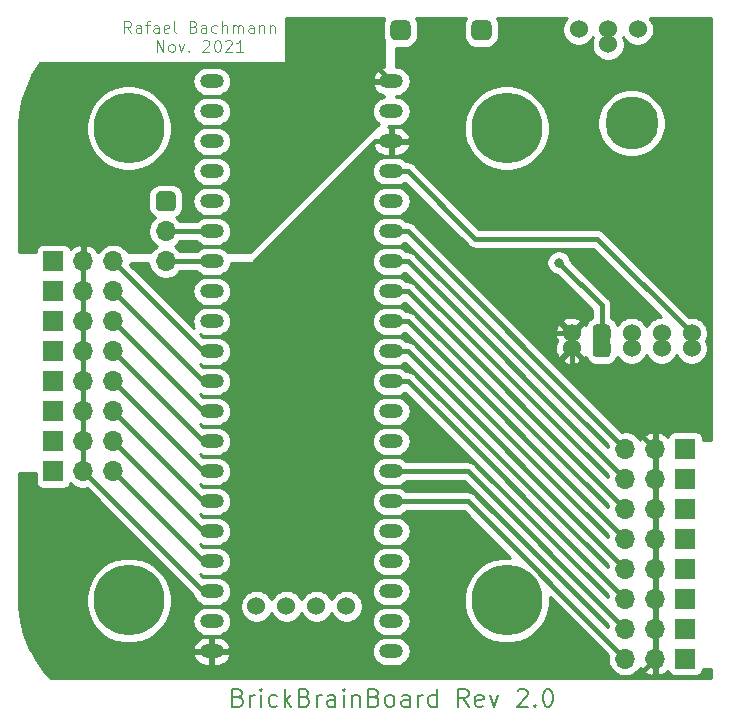
<source format=gtl>
G04 #@! TF.GenerationSoftware,KiCad,Pcbnew,5.1.5+dfsg1-2build2*
G04 #@! TF.CreationDate,2021-11-16T19:49:45+01:00*
G04 #@! TF.ProjectId,brainboard,62726169-6e62-46f6-9172-642e6b696361,rev?*
G04 #@! TF.SameCoordinates,Original*
G04 #@! TF.FileFunction,Copper,L1,Top*
G04 #@! TF.FilePolarity,Positive*
%FSLAX46Y46*%
G04 Gerber Fmt 4.6, Leading zero omitted, Abs format (unit mm)*
G04 Created by KiCad (PCBNEW 5.1.5+dfsg1-2build2) date 2021-11-16 19:49:45*
%MOMM*%
%LPD*%
G04 APERTURE LIST*
%ADD10C,0.100000*%
%ADD11C,0.200000*%
%ADD12O,1.700000X1.700000*%
%ADD13C,1.524000*%
%ADD14C,4.500000*%
%ADD15C,6.000000*%
%ADD16R,1.700000X1.700000*%
%ADD17O,2.000000X1.200000*%
%ADD18C,0.800000*%
%ADD19C,0.400000*%
%ADD20C,0.254000*%
G04 APERTURE END LIST*
D10*
X120190476Y-61952380D02*
X119857142Y-61476190D01*
X119619047Y-61952380D02*
X119619047Y-60952380D01*
X119999999Y-60952380D01*
X120095238Y-61000000D01*
X120142857Y-61047619D01*
X120190476Y-61142857D01*
X120190476Y-61285714D01*
X120142857Y-61380952D01*
X120095238Y-61428571D01*
X119999999Y-61476190D01*
X119619047Y-61476190D01*
X121047619Y-61952380D02*
X121047619Y-61428571D01*
X120999999Y-61333333D01*
X120904761Y-61285714D01*
X120714285Y-61285714D01*
X120619047Y-61333333D01*
X121047619Y-61904761D02*
X120952380Y-61952380D01*
X120714285Y-61952380D01*
X120619047Y-61904761D01*
X120571428Y-61809523D01*
X120571428Y-61714285D01*
X120619047Y-61619047D01*
X120714285Y-61571428D01*
X120952380Y-61571428D01*
X121047619Y-61523809D01*
X121380952Y-61285714D02*
X121761904Y-61285714D01*
X121523809Y-61952380D02*
X121523809Y-61095238D01*
X121571428Y-61000000D01*
X121666666Y-60952380D01*
X121761904Y-60952380D01*
X122523809Y-61952380D02*
X122523809Y-61428571D01*
X122476190Y-61333333D01*
X122380952Y-61285714D01*
X122190476Y-61285714D01*
X122095238Y-61333333D01*
X122523809Y-61904761D02*
X122428571Y-61952380D01*
X122190476Y-61952380D01*
X122095238Y-61904761D01*
X122047619Y-61809523D01*
X122047619Y-61714285D01*
X122095238Y-61619047D01*
X122190476Y-61571428D01*
X122428571Y-61571428D01*
X122523809Y-61523809D01*
X123380952Y-61904761D02*
X123285714Y-61952380D01*
X123095238Y-61952380D01*
X122999999Y-61904761D01*
X122952380Y-61809523D01*
X122952380Y-61428571D01*
X122999999Y-61333333D01*
X123095238Y-61285714D01*
X123285714Y-61285714D01*
X123380952Y-61333333D01*
X123428571Y-61428571D01*
X123428571Y-61523809D01*
X122952380Y-61619047D01*
X123999999Y-61952380D02*
X123904761Y-61904761D01*
X123857142Y-61809523D01*
X123857142Y-60952380D01*
X125476190Y-61428571D02*
X125619047Y-61476190D01*
X125666666Y-61523809D01*
X125714285Y-61619047D01*
X125714285Y-61761904D01*
X125666666Y-61857142D01*
X125619047Y-61904761D01*
X125523809Y-61952380D01*
X125142857Y-61952380D01*
X125142857Y-60952380D01*
X125476190Y-60952380D01*
X125571428Y-61000000D01*
X125619047Y-61047619D01*
X125666666Y-61142857D01*
X125666666Y-61238095D01*
X125619047Y-61333333D01*
X125571428Y-61380952D01*
X125476190Y-61428571D01*
X125142857Y-61428571D01*
X126571428Y-61952380D02*
X126571428Y-61428571D01*
X126523809Y-61333333D01*
X126428571Y-61285714D01*
X126238095Y-61285714D01*
X126142857Y-61333333D01*
X126571428Y-61904761D02*
X126476190Y-61952380D01*
X126238095Y-61952380D01*
X126142857Y-61904761D01*
X126095238Y-61809523D01*
X126095238Y-61714285D01*
X126142857Y-61619047D01*
X126238095Y-61571428D01*
X126476190Y-61571428D01*
X126571428Y-61523809D01*
X127476190Y-61904761D02*
X127380952Y-61952380D01*
X127190476Y-61952380D01*
X127095238Y-61904761D01*
X127047619Y-61857142D01*
X126999999Y-61761904D01*
X126999999Y-61476190D01*
X127047619Y-61380952D01*
X127095238Y-61333333D01*
X127190476Y-61285714D01*
X127380952Y-61285714D01*
X127476190Y-61333333D01*
X127904761Y-61952380D02*
X127904761Y-60952380D01*
X128333333Y-61952380D02*
X128333333Y-61428571D01*
X128285714Y-61333333D01*
X128190476Y-61285714D01*
X128047619Y-61285714D01*
X127952380Y-61333333D01*
X127904761Y-61380952D01*
X128809523Y-61952380D02*
X128809523Y-61285714D01*
X128809523Y-61380952D02*
X128857142Y-61333333D01*
X128952380Y-61285714D01*
X129095238Y-61285714D01*
X129190476Y-61333333D01*
X129238095Y-61428571D01*
X129238095Y-61952380D01*
X129238095Y-61428571D02*
X129285714Y-61333333D01*
X129380952Y-61285714D01*
X129523809Y-61285714D01*
X129619047Y-61333333D01*
X129666666Y-61428571D01*
X129666666Y-61952380D01*
X130571428Y-61952380D02*
X130571428Y-61428571D01*
X130523809Y-61333333D01*
X130428571Y-61285714D01*
X130238095Y-61285714D01*
X130142857Y-61333333D01*
X130571428Y-61904761D02*
X130476190Y-61952380D01*
X130238095Y-61952380D01*
X130142857Y-61904761D01*
X130095238Y-61809523D01*
X130095238Y-61714285D01*
X130142857Y-61619047D01*
X130238095Y-61571428D01*
X130476190Y-61571428D01*
X130571428Y-61523809D01*
X131047619Y-61285714D02*
X131047619Y-61952380D01*
X131047619Y-61380952D02*
X131095238Y-61333333D01*
X131190476Y-61285714D01*
X131333333Y-61285714D01*
X131428571Y-61333333D01*
X131476190Y-61428571D01*
X131476190Y-61952380D01*
X131952380Y-61285714D02*
X131952380Y-61952380D01*
X131952380Y-61380952D02*
X132000000Y-61333333D01*
X132095238Y-61285714D01*
X132238095Y-61285714D01*
X132333333Y-61333333D01*
X132380952Y-61428571D01*
X132380952Y-61952380D01*
X122357142Y-63552380D02*
X122357142Y-62552380D01*
X122928571Y-63552380D01*
X122928571Y-62552380D01*
X123547619Y-63552380D02*
X123452380Y-63504761D01*
X123404761Y-63457142D01*
X123357142Y-63361904D01*
X123357142Y-63076190D01*
X123404761Y-62980952D01*
X123452380Y-62933333D01*
X123547619Y-62885714D01*
X123690476Y-62885714D01*
X123785714Y-62933333D01*
X123833333Y-62980952D01*
X123880952Y-63076190D01*
X123880952Y-63361904D01*
X123833333Y-63457142D01*
X123785714Y-63504761D01*
X123690476Y-63552380D01*
X123547619Y-63552380D01*
X124214285Y-62885714D02*
X124452380Y-63552380D01*
X124690476Y-62885714D01*
X125071428Y-63457142D02*
X125119047Y-63504761D01*
X125071428Y-63552380D01*
X125023809Y-63504761D01*
X125071428Y-63457142D01*
X125071428Y-63552380D01*
X126261904Y-62647619D02*
X126309523Y-62600000D01*
X126404761Y-62552380D01*
X126642857Y-62552380D01*
X126738095Y-62600000D01*
X126785714Y-62647619D01*
X126833333Y-62742857D01*
X126833333Y-62838095D01*
X126785714Y-62980952D01*
X126214285Y-63552380D01*
X126833333Y-63552380D01*
X127452380Y-62552380D02*
X127547619Y-62552380D01*
X127642857Y-62600000D01*
X127690476Y-62647619D01*
X127738095Y-62742857D01*
X127785714Y-62933333D01*
X127785714Y-63171428D01*
X127738095Y-63361904D01*
X127690476Y-63457142D01*
X127642857Y-63504761D01*
X127547619Y-63552380D01*
X127452380Y-63552380D01*
X127357142Y-63504761D01*
X127309523Y-63457142D01*
X127261904Y-63361904D01*
X127214285Y-63171428D01*
X127214285Y-62933333D01*
X127261904Y-62742857D01*
X127309523Y-62647619D01*
X127357142Y-62600000D01*
X127452380Y-62552380D01*
X128166666Y-62647619D02*
X128214285Y-62600000D01*
X128309523Y-62552380D01*
X128547619Y-62552380D01*
X128642857Y-62600000D01*
X128690476Y-62647619D01*
X128738095Y-62742857D01*
X128738095Y-62838095D01*
X128690476Y-62980952D01*
X128119047Y-63552380D01*
X128738095Y-63552380D01*
X129690476Y-63552380D02*
X129119047Y-63552380D01*
X129404761Y-63552380D02*
X129404761Y-62552380D01*
X129309523Y-62695238D01*
X129214285Y-62790476D01*
X129119047Y-62838095D01*
D11*
X129272285Y-118194857D02*
X129486571Y-118266285D01*
X129558000Y-118337714D01*
X129629428Y-118480571D01*
X129629428Y-118694857D01*
X129558000Y-118837714D01*
X129486571Y-118909142D01*
X129343714Y-118980571D01*
X128772285Y-118980571D01*
X128772285Y-117480571D01*
X129272285Y-117480571D01*
X129415142Y-117552000D01*
X129486571Y-117623428D01*
X129558000Y-117766285D01*
X129558000Y-117909142D01*
X129486571Y-118052000D01*
X129415142Y-118123428D01*
X129272285Y-118194857D01*
X128772285Y-118194857D01*
X130272285Y-118980571D02*
X130272285Y-117980571D01*
X130272285Y-118266285D02*
X130343714Y-118123428D01*
X130415142Y-118052000D01*
X130558000Y-117980571D01*
X130700857Y-117980571D01*
X131200857Y-118980571D02*
X131200857Y-117980571D01*
X131200857Y-117480571D02*
X131129428Y-117552000D01*
X131200857Y-117623428D01*
X131272285Y-117552000D01*
X131200857Y-117480571D01*
X131200857Y-117623428D01*
X132558000Y-118909142D02*
X132415142Y-118980571D01*
X132129428Y-118980571D01*
X131986571Y-118909142D01*
X131915142Y-118837714D01*
X131843714Y-118694857D01*
X131843714Y-118266285D01*
X131915142Y-118123428D01*
X131986571Y-118052000D01*
X132129428Y-117980571D01*
X132415142Y-117980571D01*
X132558000Y-118052000D01*
X133200857Y-118980571D02*
X133200857Y-117480571D01*
X133343714Y-118409142D02*
X133772285Y-118980571D01*
X133772285Y-117980571D02*
X133200857Y-118552000D01*
X134915142Y-118194857D02*
X135129428Y-118266285D01*
X135200857Y-118337714D01*
X135272285Y-118480571D01*
X135272285Y-118694857D01*
X135200857Y-118837714D01*
X135129428Y-118909142D01*
X134986571Y-118980571D01*
X134415142Y-118980571D01*
X134415142Y-117480571D01*
X134915142Y-117480571D01*
X135058000Y-117552000D01*
X135129428Y-117623428D01*
X135200857Y-117766285D01*
X135200857Y-117909142D01*
X135129428Y-118052000D01*
X135058000Y-118123428D01*
X134915142Y-118194857D01*
X134415142Y-118194857D01*
X135915142Y-118980571D02*
X135915142Y-117980571D01*
X135915142Y-118266285D02*
X135986571Y-118123428D01*
X136058000Y-118052000D01*
X136200857Y-117980571D01*
X136343714Y-117980571D01*
X137486571Y-118980571D02*
X137486571Y-118194857D01*
X137415142Y-118052000D01*
X137272285Y-117980571D01*
X136986571Y-117980571D01*
X136843714Y-118052000D01*
X137486571Y-118909142D02*
X137343714Y-118980571D01*
X136986571Y-118980571D01*
X136843714Y-118909142D01*
X136772285Y-118766285D01*
X136772285Y-118623428D01*
X136843714Y-118480571D01*
X136986571Y-118409142D01*
X137343714Y-118409142D01*
X137486571Y-118337714D01*
X138200857Y-118980571D02*
X138200857Y-117980571D01*
X138200857Y-117480571D02*
X138129428Y-117552000D01*
X138200857Y-117623428D01*
X138272285Y-117552000D01*
X138200857Y-117480571D01*
X138200857Y-117623428D01*
X138915142Y-117980571D02*
X138915142Y-118980571D01*
X138915142Y-118123428D02*
X138986571Y-118052000D01*
X139129428Y-117980571D01*
X139343714Y-117980571D01*
X139486571Y-118052000D01*
X139558000Y-118194857D01*
X139558000Y-118980571D01*
X140772285Y-118194857D02*
X140986571Y-118266285D01*
X141058000Y-118337714D01*
X141129428Y-118480571D01*
X141129428Y-118694857D01*
X141058000Y-118837714D01*
X140986571Y-118909142D01*
X140843714Y-118980571D01*
X140272285Y-118980571D01*
X140272285Y-117480571D01*
X140772285Y-117480571D01*
X140915142Y-117552000D01*
X140986571Y-117623428D01*
X141058000Y-117766285D01*
X141058000Y-117909142D01*
X140986571Y-118052000D01*
X140915142Y-118123428D01*
X140772285Y-118194857D01*
X140272285Y-118194857D01*
X141986571Y-118980571D02*
X141843714Y-118909142D01*
X141772285Y-118837714D01*
X141700857Y-118694857D01*
X141700857Y-118266285D01*
X141772285Y-118123428D01*
X141843714Y-118052000D01*
X141986571Y-117980571D01*
X142200857Y-117980571D01*
X142343714Y-118052000D01*
X142415142Y-118123428D01*
X142486571Y-118266285D01*
X142486571Y-118694857D01*
X142415142Y-118837714D01*
X142343714Y-118909142D01*
X142200857Y-118980571D01*
X141986571Y-118980571D01*
X143772285Y-118980571D02*
X143772285Y-118194857D01*
X143700857Y-118052000D01*
X143558000Y-117980571D01*
X143272285Y-117980571D01*
X143129428Y-118052000D01*
X143772285Y-118909142D02*
X143629428Y-118980571D01*
X143272285Y-118980571D01*
X143129428Y-118909142D01*
X143058000Y-118766285D01*
X143058000Y-118623428D01*
X143129428Y-118480571D01*
X143272285Y-118409142D01*
X143629428Y-118409142D01*
X143772285Y-118337714D01*
X144486571Y-118980571D02*
X144486571Y-117980571D01*
X144486571Y-118266285D02*
X144558000Y-118123428D01*
X144629428Y-118052000D01*
X144772285Y-117980571D01*
X144915142Y-117980571D01*
X146058000Y-118980571D02*
X146058000Y-117480571D01*
X146058000Y-118909142D02*
X145915142Y-118980571D01*
X145629428Y-118980571D01*
X145486571Y-118909142D01*
X145415142Y-118837714D01*
X145343714Y-118694857D01*
X145343714Y-118266285D01*
X145415142Y-118123428D01*
X145486571Y-118052000D01*
X145629428Y-117980571D01*
X145915142Y-117980571D01*
X146058000Y-118052000D01*
X148772285Y-118980571D02*
X148272285Y-118266285D01*
X147915142Y-118980571D02*
X147915142Y-117480571D01*
X148486571Y-117480571D01*
X148629428Y-117552000D01*
X148700857Y-117623428D01*
X148772285Y-117766285D01*
X148772285Y-117980571D01*
X148700857Y-118123428D01*
X148629428Y-118194857D01*
X148486571Y-118266285D01*
X147915142Y-118266285D01*
X149986571Y-118909142D02*
X149843714Y-118980571D01*
X149558000Y-118980571D01*
X149415142Y-118909142D01*
X149343714Y-118766285D01*
X149343714Y-118194857D01*
X149415142Y-118052000D01*
X149558000Y-117980571D01*
X149843714Y-117980571D01*
X149986571Y-118052000D01*
X150058000Y-118194857D01*
X150058000Y-118337714D01*
X149343714Y-118480571D01*
X150558000Y-117980571D02*
X150915142Y-118980571D01*
X151272285Y-117980571D01*
X152915142Y-117623428D02*
X152986571Y-117552000D01*
X153129428Y-117480571D01*
X153486571Y-117480571D01*
X153629428Y-117552000D01*
X153700857Y-117623428D01*
X153772285Y-117766285D01*
X153772285Y-117909142D01*
X153700857Y-118123428D01*
X152843714Y-118980571D01*
X153772285Y-118980571D01*
X154415142Y-118837714D02*
X154486571Y-118909142D01*
X154415142Y-118980571D01*
X154343714Y-118909142D01*
X154415142Y-118837714D01*
X154415142Y-118980571D01*
X155415142Y-117480571D02*
X155558000Y-117480571D01*
X155700857Y-117552000D01*
X155772285Y-117623428D01*
X155843714Y-117766285D01*
X155915142Y-118052000D01*
X155915142Y-118409142D01*
X155843714Y-118694857D01*
X155772285Y-118837714D01*
X155700857Y-118909142D01*
X155558000Y-118980571D01*
X155415142Y-118980571D01*
X155272285Y-118909142D01*
X155200857Y-118837714D01*
X155129428Y-118694857D01*
X155058000Y-118409142D01*
X155058000Y-118052000D01*
X155129428Y-117766285D01*
X155200857Y-117623428D01*
X155272285Y-117552000D01*
X155415142Y-117480571D01*
D12*
X123126500Y-81280000D03*
X123126500Y-78740000D03*
G04 #@! TA.AperFunction,ComponentPad*
D10*
G36*
X123593157Y-75352046D02*
G01*
X123634413Y-75358166D01*
X123674871Y-75368300D01*
X123714140Y-75382351D01*
X123751844Y-75400183D01*
X123787617Y-75421625D01*
X123821117Y-75446471D01*
X123852020Y-75474480D01*
X123880029Y-75505383D01*
X123904875Y-75538883D01*
X123926317Y-75574656D01*
X123944149Y-75612360D01*
X123958200Y-75651629D01*
X123968334Y-75692087D01*
X123974454Y-75733343D01*
X123976500Y-75775000D01*
X123976500Y-76625000D01*
X123974454Y-76666657D01*
X123968334Y-76707913D01*
X123958200Y-76748371D01*
X123944149Y-76787640D01*
X123926317Y-76825344D01*
X123904875Y-76861117D01*
X123880029Y-76894617D01*
X123852020Y-76925520D01*
X123821117Y-76953529D01*
X123787617Y-76978375D01*
X123751844Y-76999817D01*
X123714140Y-77017649D01*
X123674871Y-77031700D01*
X123634413Y-77041834D01*
X123593157Y-77047954D01*
X123551500Y-77050000D01*
X122701500Y-77050000D01*
X122659843Y-77047954D01*
X122618587Y-77041834D01*
X122578129Y-77031700D01*
X122538860Y-77017649D01*
X122501156Y-76999817D01*
X122465383Y-76978375D01*
X122431883Y-76953529D01*
X122400980Y-76925520D01*
X122372971Y-76894617D01*
X122348125Y-76861117D01*
X122326683Y-76825344D01*
X122308851Y-76787640D01*
X122294800Y-76748371D01*
X122284666Y-76707913D01*
X122278546Y-76666657D01*
X122276500Y-76625000D01*
X122276500Y-75775000D01*
X122278546Y-75733343D01*
X122284666Y-75692087D01*
X122294800Y-75651629D01*
X122308851Y-75612360D01*
X122326683Y-75574656D01*
X122348125Y-75538883D01*
X122372971Y-75505383D01*
X122400980Y-75474480D01*
X122431883Y-75446471D01*
X122465383Y-75421625D01*
X122501156Y-75400183D01*
X122538860Y-75382351D01*
X122578129Y-75368300D01*
X122618587Y-75358166D01*
X122659843Y-75352046D01*
X122701500Y-75350000D01*
X123551500Y-75350000D01*
X123593157Y-75352046D01*
G37*
G04 #@! TD.AperFunction*
D13*
X167643000Y-88646000D03*
X165103000Y-88646000D03*
X162563000Y-88646000D03*
G04 #@! TA.AperFunction,SMDPad,CuDef*
D10*
G36*
X160441345Y-87885835D02*
G01*
X160478329Y-87891321D01*
X160514598Y-87900406D01*
X160549802Y-87913002D01*
X160583602Y-87928988D01*
X160615672Y-87948210D01*
X160645704Y-87970483D01*
X160673408Y-87995592D01*
X160698517Y-88023296D01*
X160720790Y-88053328D01*
X160740012Y-88085398D01*
X160755998Y-88119198D01*
X160768594Y-88154402D01*
X160777679Y-88190671D01*
X160783165Y-88227655D01*
X160785000Y-88265000D01*
X160785000Y-89027000D01*
X160783165Y-89064345D01*
X160777679Y-89101329D01*
X160768594Y-89137598D01*
X160755998Y-89172802D01*
X160740012Y-89206602D01*
X160720790Y-89238672D01*
X160698517Y-89268704D01*
X160673408Y-89296408D01*
X160645704Y-89321517D01*
X160615672Y-89343790D01*
X160583602Y-89363012D01*
X160549802Y-89378998D01*
X160514598Y-89391594D01*
X160478329Y-89400679D01*
X160441345Y-89406165D01*
X160404000Y-89408000D01*
X159642000Y-89408000D01*
X159604655Y-89406165D01*
X159567671Y-89400679D01*
X159531402Y-89391594D01*
X159496198Y-89378998D01*
X159462398Y-89363012D01*
X159430328Y-89343790D01*
X159400296Y-89321517D01*
X159372592Y-89296408D01*
X159347483Y-89268704D01*
X159325210Y-89238672D01*
X159305988Y-89206602D01*
X159290002Y-89172802D01*
X159277406Y-89137598D01*
X159268321Y-89101329D01*
X159262835Y-89064345D01*
X159261000Y-89027000D01*
X159261000Y-88265000D01*
X159262835Y-88227655D01*
X159268321Y-88190671D01*
X159277406Y-88154402D01*
X159290002Y-88119198D01*
X159305988Y-88085398D01*
X159325210Y-88053328D01*
X159347483Y-88023296D01*
X159372592Y-87995592D01*
X159400296Y-87970483D01*
X159430328Y-87948210D01*
X159462398Y-87928988D01*
X159496198Y-87913002D01*
X159531402Y-87900406D01*
X159567671Y-87891321D01*
X159604655Y-87885835D01*
X159642000Y-87884000D01*
X160404000Y-87884000D01*
X160441345Y-87885835D01*
G37*
G04 #@! TD.AperFunction*
D13*
X157483000Y-88646000D03*
X167643000Y-87376000D03*
X165103000Y-87376000D03*
X162563000Y-87376000D03*
G04 #@! TA.AperFunction,ComponentPad*
D10*
G36*
X160441345Y-86615835D02*
G01*
X160478329Y-86621321D01*
X160514598Y-86630406D01*
X160549802Y-86643002D01*
X160583602Y-86658988D01*
X160615672Y-86678210D01*
X160645704Y-86700483D01*
X160673408Y-86725592D01*
X160698517Y-86753296D01*
X160720790Y-86783328D01*
X160740012Y-86815398D01*
X160755998Y-86849198D01*
X160768594Y-86884402D01*
X160777679Y-86920671D01*
X160783165Y-86957655D01*
X160785000Y-86995000D01*
X160785000Y-87757000D01*
X160783165Y-87794345D01*
X160777679Y-87831329D01*
X160768594Y-87867598D01*
X160755998Y-87902802D01*
X160740012Y-87936602D01*
X160720790Y-87968672D01*
X160698517Y-87998704D01*
X160673408Y-88026408D01*
X160645704Y-88051517D01*
X160615672Y-88073790D01*
X160583602Y-88093012D01*
X160549802Y-88108998D01*
X160514598Y-88121594D01*
X160478329Y-88130679D01*
X160441345Y-88136165D01*
X160404000Y-88138000D01*
X159642000Y-88138000D01*
X159604655Y-88136165D01*
X159567671Y-88130679D01*
X159531402Y-88121594D01*
X159496198Y-88108998D01*
X159462398Y-88093012D01*
X159430328Y-88073790D01*
X159400296Y-88051517D01*
X159372592Y-88026408D01*
X159347483Y-87998704D01*
X159325210Y-87968672D01*
X159305988Y-87936602D01*
X159290002Y-87902802D01*
X159277406Y-87867598D01*
X159268321Y-87831329D01*
X159262835Y-87794345D01*
X159261000Y-87757000D01*
X159261000Y-86995000D01*
X159262835Y-86957655D01*
X159268321Y-86920671D01*
X159277406Y-86884402D01*
X159290002Y-86849198D01*
X159305988Y-86815398D01*
X159325210Y-86783328D01*
X159347483Y-86753296D01*
X159372592Y-86725592D01*
X159400296Y-86700483D01*
X159430328Y-86678210D01*
X159462398Y-86658988D01*
X159496198Y-86643002D01*
X159531402Y-86630406D01*
X159567671Y-86621321D01*
X159604655Y-86615835D01*
X159642000Y-86614000D01*
X160404000Y-86614000D01*
X160441345Y-86615835D01*
G37*
G04 #@! TD.AperFunction*
D13*
X157483000Y-87376000D03*
D14*
X162563000Y-69596000D03*
D13*
X158083000Y-61651000D03*
X160583000Y-62921000D03*
X160583000Y-61651000D03*
X163083000Y-61651000D03*
D12*
X140462000Y-61722000D03*
G04 #@! TA.AperFunction,ComponentPad*
D10*
G36*
X143468657Y-60874046D02*
G01*
X143509913Y-60880166D01*
X143550371Y-60890300D01*
X143589640Y-60904351D01*
X143627344Y-60922183D01*
X143663117Y-60943625D01*
X143696617Y-60968471D01*
X143727520Y-60996480D01*
X143755529Y-61027383D01*
X143780375Y-61060883D01*
X143801817Y-61096656D01*
X143819649Y-61134360D01*
X143833700Y-61173629D01*
X143843834Y-61214087D01*
X143849954Y-61255343D01*
X143852000Y-61297000D01*
X143852000Y-62147000D01*
X143849954Y-62188657D01*
X143843834Y-62229913D01*
X143833700Y-62270371D01*
X143819649Y-62309640D01*
X143801817Y-62347344D01*
X143780375Y-62383117D01*
X143755529Y-62416617D01*
X143727520Y-62447520D01*
X143696617Y-62475529D01*
X143663117Y-62500375D01*
X143627344Y-62521817D01*
X143589640Y-62539649D01*
X143550371Y-62553700D01*
X143509913Y-62563834D01*
X143468657Y-62569954D01*
X143427000Y-62572000D01*
X142577000Y-62572000D01*
X142535343Y-62569954D01*
X142494087Y-62563834D01*
X142453629Y-62553700D01*
X142414360Y-62539649D01*
X142376656Y-62521817D01*
X142340883Y-62500375D01*
X142307383Y-62475529D01*
X142276480Y-62447520D01*
X142248471Y-62416617D01*
X142223625Y-62383117D01*
X142202183Y-62347344D01*
X142184351Y-62309640D01*
X142170300Y-62270371D01*
X142160166Y-62229913D01*
X142154046Y-62188657D01*
X142152000Y-62147000D01*
X142152000Y-61297000D01*
X142154046Y-61255343D01*
X142160166Y-61214087D01*
X142170300Y-61173629D01*
X142184351Y-61134360D01*
X142202183Y-61096656D01*
X142223625Y-61060883D01*
X142248471Y-61027383D01*
X142276480Y-60996480D01*
X142307383Y-60968471D01*
X142340883Y-60943625D01*
X142376656Y-60922183D01*
X142414360Y-60904351D01*
X142453629Y-60890300D01*
X142494087Y-60880166D01*
X142535343Y-60874046D01*
X142577000Y-60872000D01*
X143427000Y-60872000D01*
X143468657Y-60874046D01*
G37*
G04 #@! TD.AperFunction*
D12*
X147320000Y-61722000D03*
G04 #@! TA.AperFunction,ComponentPad*
D10*
G36*
X150326657Y-60874046D02*
G01*
X150367913Y-60880166D01*
X150408371Y-60890300D01*
X150447640Y-60904351D01*
X150485344Y-60922183D01*
X150521117Y-60943625D01*
X150554617Y-60968471D01*
X150585520Y-60996480D01*
X150613529Y-61027383D01*
X150638375Y-61060883D01*
X150659817Y-61096656D01*
X150677649Y-61134360D01*
X150691700Y-61173629D01*
X150701834Y-61214087D01*
X150707954Y-61255343D01*
X150710000Y-61297000D01*
X150710000Y-62147000D01*
X150707954Y-62188657D01*
X150701834Y-62229913D01*
X150691700Y-62270371D01*
X150677649Y-62309640D01*
X150659817Y-62347344D01*
X150638375Y-62383117D01*
X150613529Y-62416617D01*
X150585520Y-62447520D01*
X150554617Y-62475529D01*
X150521117Y-62500375D01*
X150485344Y-62521817D01*
X150447640Y-62539649D01*
X150408371Y-62553700D01*
X150367913Y-62563834D01*
X150326657Y-62569954D01*
X150285000Y-62572000D01*
X149435000Y-62572000D01*
X149393343Y-62569954D01*
X149352087Y-62563834D01*
X149311629Y-62553700D01*
X149272360Y-62539649D01*
X149234656Y-62521817D01*
X149198883Y-62500375D01*
X149165383Y-62475529D01*
X149134480Y-62447520D01*
X149106471Y-62416617D01*
X149081625Y-62383117D01*
X149060183Y-62347344D01*
X149042351Y-62309640D01*
X149028300Y-62270371D01*
X149018166Y-62229913D01*
X149012046Y-62188657D01*
X149010000Y-62147000D01*
X149010000Y-61297000D01*
X149012046Y-61255343D01*
X149018166Y-61214087D01*
X149028300Y-61173629D01*
X149042351Y-61134360D01*
X149060183Y-61096656D01*
X149081625Y-61060883D01*
X149106471Y-61027383D01*
X149134480Y-60996480D01*
X149165383Y-60968471D01*
X149198883Y-60943625D01*
X149234656Y-60922183D01*
X149272360Y-60904351D01*
X149311629Y-60890300D01*
X149352087Y-60880166D01*
X149393343Y-60874046D01*
X149435000Y-60872000D01*
X150285000Y-60872000D01*
X150326657Y-60874046D01*
G37*
G04 #@! TD.AperFunction*
D15*
X152000000Y-110000000D03*
X120000000Y-110000000D03*
X120000000Y-70000000D03*
X152000000Y-70000000D03*
D12*
X162035000Y-97155000D03*
X164575000Y-97155000D03*
D16*
X167115000Y-97155000D03*
D12*
X162035000Y-99695000D03*
X164575000Y-99695000D03*
D16*
X167115000Y-99695000D03*
D12*
X162035000Y-102235000D03*
X164575000Y-102235000D03*
D16*
X167115000Y-102235000D03*
D12*
X162035000Y-104775000D03*
X164575000Y-104775000D03*
D16*
X167115000Y-104775000D03*
D12*
X162035000Y-107315000D03*
X164575000Y-107315000D03*
D16*
X167115000Y-107315000D03*
D12*
X162035000Y-109855000D03*
X164575000Y-109855000D03*
D16*
X167115000Y-109855000D03*
D12*
X162035000Y-112395000D03*
X164575000Y-112395000D03*
D16*
X167115000Y-112395000D03*
D12*
X162035000Y-114935000D03*
X164575000Y-114935000D03*
D16*
X167115000Y-114935000D03*
D12*
X118681500Y-81280000D03*
X116141500Y-81280000D03*
D16*
X113601500Y-81280000D03*
D12*
X118681500Y-83820000D03*
X116141500Y-83820000D03*
D16*
X113601500Y-83820000D03*
D12*
X118681500Y-86360000D03*
X116141500Y-86360000D03*
D16*
X113601500Y-86360000D03*
D12*
X118681500Y-88900000D03*
X116141500Y-88900000D03*
D16*
X113601500Y-88900000D03*
D12*
X118681500Y-91440000D03*
X116141500Y-91440000D03*
D16*
X113601500Y-91440000D03*
D12*
X118681500Y-93980000D03*
X116141500Y-93980000D03*
D16*
X113601500Y-93980000D03*
D12*
X118681500Y-96520000D03*
X116141500Y-96520000D03*
D16*
X113601500Y-96520000D03*
D12*
X118681500Y-99060000D03*
X116141500Y-99060000D03*
D16*
X113601500Y-99060000D03*
D17*
X142227500Y-66040000D03*
X127012500Y-66040000D03*
X142227500Y-68580000D03*
X127012500Y-68580000D03*
X142227500Y-71120000D03*
X127012500Y-71120000D03*
X142227500Y-73660000D03*
X127012500Y-73660000D03*
X142227500Y-76200000D03*
X127012500Y-76200000D03*
X142227500Y-78740000D03*
X127012500Y-78740000D03*
X142227500Y-81280000D03*
X127012500Y-81280000D03*
X142227500Y-83820000D03*
X127012500Y-83820000D03*
X142227500Y-86360000D03*
X127012500Y-86360000D03*
X142227500Y-88900000D03*
X127012500Y-88900000D03*
X142227500Y-91440000D03*
X127012500Y-91440000D03*
X142227500Y-93980000D03*
X127012500Y-93980000D03*
X142227500Y-96520000D03*
X127012500Y-96520000D03*
X142227500Y-99060000D03*
X127012500Y-99060000D03*
X142227500Y-101600000D03*
X127012500Y-101600000D03*
X142227500Y-104140000D03*
X127012500Y-104140000D03*
X142227500Y-106680000D03*
X127012500Y-106680000D03*
X142227500Y-109220000D03*
X127012500Y-109220000D03*
X142227500Y-111760000D03*
X127012500Y-111760000D03*
X142227500Y-114300000D03*
X127012500Y-114300000D03*
D13*
X130810000Y-110490000D03*
X133350000Y-110490000D03*
X135890000Y-110490000D03*
X138430000Y-110490000D03*
D18*
X156400000Y-81400000D03*
D19*
X148700000Y-101600000D02*
X142240000Y-101600000D01*
X148700000Y-101600000D02*
X162035000Y-114935000D01*
X142240000Y-99060000D02*
X148700000Y-99060000D01*
X148700000Y-99060000D02*
X162035000Y-112395000D01*
X142240000Y-91440000D02*
X143620000Y-91440000D01*
X143620000Y-91440000D02*
X162035000Y-109855000D01*
X142240000Y-88900000D02*
X143620000Y-88900000D01*
X143620000Y-88900000D02*
X162035000Y-107315000D01*
X142240000Y-86360000D02*
X143620000Y-86360000D01*
X143620000Y-86360000D02*
X162035000Y-104775000D01*
X142240000Y-83820000D02*
X143620000Y-83820000D01*
X143620000Y-83820000D02*
X162035000Y-102235000D01*
X142240000Y-81280000D02*
X143620000Y-81280000D01*
X143620000Y-81280000D02*
X162035000Y-99695000D01*
X142240000Y-78740000D02*
X143620000Y-78740000D01*
X143620000Y-78740000D02*
X162035000Y-97155000D01*
X164575000Y-114935000D02*
X164575000Y-97155000D01*
X147320000Y-66040000D02*
X147320000Y-61722000D01*
X128412500Y-114300000D02*
X129032000Y-113680500D01*
X127012500Y-114300000D02*
X128412500Y-114300000D01*
X147320000Y-67427500D02*
X147320000Y-66040000D01*
X143627500Y-71120000D02*
X147320000Y-67427500D01*
X142227500Y-71120000D02*
X143627500Y-71120000D01*
X142227500Y-71120000D02*
X140827500Y-71120000D01*
X132207000Y-105791000D02*
X129032000Y-108966000D01*
X132207000Y-79740500D02*
X132207000Y-105791000D01*
X129032000Y-113680500D02*
X129032000Y-108966000D01*
X157483000Y-90063000D02*
X157483000Y-87376000D01*
X164575000Y-97155000D02*
X157483000Y-90063000D01*
X128412500Y-114300000D02*
X130571500Y-116459000D01*
X163051000Y-116459000D02*
X164575000Y-114935000D01*
X130571500Y-116459000D02*
X163051000Y-116459000D01*
X147320000Y-61722000D02*
X150798000Y-65200000D01*
X150798000Y-65200000D02*
X164900000Y-65200000D01*
X164900000Y-65200000D02*
X169200000Y-69500000D01*
X169200000Y-69500000D02*
X169200000Y-89700000D01*
X164575000Y-94325000D02*
X164575000Y-97155000D01*
X169200000Y-89700000D02*
X164575000Y-94325000D01*
X138048750Y-73898750D02*
X139075000Y-74925000D01*
X140827500Y-71120000D02*
X138048750Y-73898750D01*
X138048750Y-73898750D02*
X132207000Y-79740500D01*
X139075000Y-74925000D02*
X143450000Y-74925000D01*
X155901000Y-87376000D02*
X157483000Y-87376000D01*
X143450000Y-74925000D02*
X155901000Y-87376000D01*
X160023000Y-87376000D02*
X160023000Y-88646000D01*
X160023000Y-85023000D02*
X156400000Y-81400000D01*
X160023000Y-87376000D02*
X160023000Y-85023000D01*
X140462000Y-64262000D02*
X142240000Y-66040000D01*
X140462000Y-61722000D02*
X140462000Y-64262000D01*
X137784000Y-64400000D02*
X140462000Y-61722000D01*
X116141500Y-99060000D02*
X116141500Y-81280000D01*
X126301500Y-109220000D02*
X127012500Y-109220000D01*
X116141500Y-99060000D02*
X126301500Y-109220000D01*
X116141500Y-81280000D02*
X116141500Y-66759010D01*
X137583990Y-64600010D02*
X137784000Y-64400000D01*
X118300500Y-64600010D02*
X137583990Y-64600010D01*
X116141500Y-66759010D02*
X118300500Y-64600010D01*
X123126500Y-81280000D02*
X127012500Y-81280000D01*
X123126500Y-78740000D02*
X127012500Y-78740000D01*
X126301500Y-106680000D02*
X127012500Y-106680000D01*
X118681500Y-99060000D02*
X126301500Y-106680000D01*
X126301500Y-104140000D02*
X127012500Y-104140000D01*
X118681500Y-96520000D02*
X126301500Y-104140000D01*
X126301500Y-101600000D02*
X127012500Y-101600000D01*
X118681500Y-93980000D02*
X126301500Y-101600000D01*
X126301500Y-99060000D02*
X127012500Y-99060000D01*
X118681500Y-91440000D02*
X126301500Y-99060000D01*
X126301500Y-96520000D02*
X127012500Y-96520000D01*
X118681500Y-88900000D02*
X126301500Y-96520000D01*
X126301500Y-93980000D02*
X127012500Y-93980000D01*
X118681500Y-86360000D02*
X126301500Y-93980000D01*
X126301500Y-91440000D02*
X127012500Y-91440000D01*
X118681500Y-83820000D02*
X126301500Y-91440000D01*
X126301500Y-88900000D02*
X127012500Y-88900000D01*
X118681500Y-81280000D02*
X126301500Y-88900000D01*
X167643000Y-87376000D02*
X167643000Y-88646000D01*
X159642000Y-79375000D02*
X167643000Y-87376000D01*
X149342500Y-79375000D02*
X159642000Y-79375000D01*
X143627500Y-73660000D02*
X149342500Y-79375000D01*
X142227500Y-73660000D02*
X143627500Y-73660000D01*
X165103000Y-87376000D02*
X165103000Y-88646000D01*
X162563000Y-87376000D02*
X162563000Y-88646000D01*
X160583000Y-61651000D02*
X160583000Y-62921000D01*
D20*
G36*
X148551088Y-60706389D02*
G01*
X148452850Y-60890180D01*
X148392355Y-61089605D01*
X148371928Y-61297000D01*
X148371928Y-62147000D01*
X148392355Y-62354395D01*
X148452850Y-62553820D01*
X148551088Y-62737611D01*
X148683295Y-62898705D01*
X148844389Y-63030912D01*
X149028180Y-63129150D01*
X149227605Y-63189645D01*
X149435000Y-63210072D01*
X150285000Y-63210072D01*
X150492395Y-63189645D01*
X150691820Y-63129150D01*
X150875611Y-63030912D01*
X151036705Y-62898705D01*
X151168912Y-62737611D01*
X151267150Y-62553820D01*
X151327645Y-62354395D01*
X151348072Y-62147000D01*
X151348072Y-61297000D01*
X151327645Y-61089605D01*
X151267150Y-60890180D01*
X151168912Y-60706389D01*
X151159565Y-60695000D01*
X157063345Y-60695000D01*
X156997880Y-60760465D01*
X156844995Y-60989273D01*
X156739686Y-61243510D01*
X156686000Y-61513408D01*
X156686000Y-61788592D01*
X156739686Y-62058490D01*
X156844995Y-62312727D01*
X156997880Y-62541535D01*
X157192465Y-62736120D01*
X157421273Y-62889005D01*
X157675510Y-62994314D01*
X157945408Y-63048000D01*
X158220592Y-63048000D01*
X158490490Y-62994314D01*
X158744727Y-62889005D01*
X158973535Y-62736120D01*
X159168120Y-62541535D01*
X159321005Y-62312727D01*
X159333000Y-62283769D01*
X159333924Y-62286000D01*
X159239686Y-62513510D01*
X159186000Y-62783408D01*
X159186000Y-63058592D01*
X159239686Y-63328490D01*
X159344995Y-63582727D01*
X159497880Y-63811535D01*
X159692465Y-64006120D01*
X159921273Y-64159005D01*
X160175510Y-64264314D01*
X160445408Y-64318000D01*
X160720592Y-64318000D01*
X160990490Y-64264314D01*
X161244727Y-64159005D01*
X161473535Y-64006120D01*
X161668120Y-63811535D01*
X161821005Y-63582727D01*
X161926314Y-63328490D01*
X161980000Y-63058592D01*
X161980000Y-62783408D01*
X161926314Y-62513510D01*
X161832076Y-62286000D01*
X161833000Y-62283769D01*
X161844995Y-62312727D01*
X161997880Y-62541535D01*
X162192465Y-62736120D01*
X162421273Y-62889005D01*
X162675510Y-62994314D01*
X162945408Y-63048000D01*
X163220592Y-63048000D01*
X163490490Y-62994314D01*
X163744727Y-62889005D01*
X163973535Y-62736120D01*
X164168120Y-62541535D01*
X164321005Y-62312727D01*
X164426314Y-62058490D01*
X164480000Y-61788592D01*
X164480000Y-61513408D01*
X164426314Y-61243510D01*
X164321005Y-60989273D01*
X164168120Y-60760465D01*
X164102655Y-60695000D01*
X169305000Y-60695000D01*
X169305001Y-96393000D01*
X168603072Y-96393000D01*
X168603072Y-96305000D01*
X168590812Y-96180518D01*
X168554502Y-96060820D01*
X168495537Y-95950506D01*
X168416185Y-95853815D01*
X168319494Y-95774463D01*
X168209180Y-95715498D01*
X168089482Y-95679188D01*
X167965000Y-95666928D01*
X166265000Y-95666928D01*
X166140518Y-95679188D01*
X166020820Y-95715498D01*
X165910506Y-95774463D01*
X165813815Y-95853815D01*
X165734463Y-95950506D01*
X165675498Y-96060820D01*
X165651034Y-96141466D01*
X165575269Y-96057412D01*
X165341920Y-95883359D01*
X165079099Y-95758175D01*
X164931890Y-95713524D01*
X164702000Y-95834845D01*
X164702000Y-97028000D01*
X164722000Y-97028000D01*
X164722000Y-97282000D01*
X164702000Y-97282000D01*
X164702000Y-99568000D01*
X164722000Y-99568000D01*
X164722000Y-99822000D01*
X164702000Y-99822000D01*
X164702000Y-102108000D01*
X164722000Y-102108000D01*
X164722000Y-102362000D01*
X164702000Y-102362000D01*
X164702000Y-104648000D01*
X164722000Y-104648000D01*
X164722000Y-104902000D01*
X164702000Y-104902000D01*
X164702000Y-107188000D01*
X164722000Y-107188000D01*
X164722000Y-107442000D01*
X164702000Y-107442000D01*
X164702000Y-109728000D01*
X164722000Y-109728000D01*
X164722000Y-109982000D01*
X164702000Y-109982000D01*
X164702000Y-112268000D01*
X164722000Y-112268000D01*
X164722000Y-112522000D01*
X164702000Y-112522000D01*
X164702000Y-114808000D01*
X164722000Y-114808000D01*
X164722000Y-115062000D01*
X164702000Y-115062000D01*
X164702000Y-116255155D01*
X164931890Y-116376476D01*
X165079099Y-116331825D01*
X165341920Y-116206641D01*
X165575269Y-116032588D01*
X165651034Y-115948534D01*
X165675498Y-116029180D01*
X165734463Y-116139494D01*
X165813815Y-116236185D01*
X165910506Y-116315537D01*
X166020820Y-116374502D01*
X166140518Y-116410812D01*
X166265000Y-116423072D01*
X167965000Y-116423072D01*
X168089482Y-116410812D01*
X168209180Y-116374502D01*
X168319494Y-116315537D01*
X168416185Y-116236185D01*
X168495537Y-116139494D01*
X168554502Y-116029180D01*
X168590812Y-115909482D01*
X168603072Y-115785000D01*
X168603072Y-115760500D01*
X169305001Y-115760500D01*
X169305001Y-116535500D01*
X113399703Y-116535500D01*
X112831433Y-115930355D01*
X112144688Y-114985130D01*
X111942642Y-114617609D01*
X125419038Y-114617609D01*
X125422909Y-114655282D01*
X125515079Y-114880533D01*
X125649422Y-115083474D01*
X125820775Y-115256307D01*
X126022554Y-115392390D01*
X126247004Y-115486493D01*
X126485500Y-115535000D01*
X126885500Y-115535000D01*
X126885500Y-114427000D01*
X127139500Y-114427000D01*
X127139500Y-115535000D01*
X127539500Y-115535000D01*
X127777996Y-115486493D01*
X128002446Y-115392390D01*
X128204225Y-115256307D01*
X128375578Y-115083474D01*
X128509921Y-114880533D01*
X128602091Y-114655282D01*
X128605962Y-114617609D01*
X128481231Y-114427000D01*
X127139500Y-114427000D01*
X126885500Y-114427000D01*
X125543769Y-114427000D01*
X125419038Y-114617609D01*
X111942642Y-114617609D01*
X111768035Y-114300000D01*
X140586525Y-114300000D01*
X140610370Y-114542102D01*
X140680989Y-114774901D01*
X140795667Y-114989449D01*
X140949998Y-115177502D01*
X141138051Y-115331833D01*
X141352599Y-115446511D01*
X141585398Y-115517130D01*
X141766835Y-115535000D01*
X142688165Y-115535000D01*
X142869602Y-115517130D01*
X143102401Y-115446511D01*
X143316949Y-115331833D01*
X143505002Y-115177502D01*
X143659333Y-114989449D01*
X143774011Y-114774901D01*
X143844630Y-114542102D01*
X143868475Y-114300000D01*
X143844630Y-114057898D01*
X143774011Y-113825099D01*
X143659333Y-113610551D01*
X143505002Y-113422498D01*
X143316949Y-113268167D01*
X143102401Y-113153489D01*
X142869602Y-113082870D01*
X142688165Y-113065000D01*
X141766835Y-113065000D01*
X141585398Y-113082870D01*
X141352599Y-113153489D01*
X141138051Y-113268167D01*
X140949998Y-113422498D01*
X140795667Y-113610551D01*
X140680989Y-113825099D01*
X140610370Y-114057898D01*
X140586525Y-114300000D01*
X111768035Y-114300000D01*
X111593428Y-113982391D01*
X125419038Y-113982391D01*
X125543769Y-114173000D01*
X126885500Y-114173000D01*
X126885500Y-113065000D01*
X127139500Y-113065000D01*
X127139500Y-114173000D01*
X128481231Y-114173000D01*
X128605962Y-113982391D01*
X128602091Y-113944718D01*
X128509921Y-113719467D01*
X128375578Y-113516526D01*
X128204225Y-113343693D01*
X128002446Y-113207610D01*
X127777996Y-113113507D01*
X127539500Y-113065000D01*
X127139500Y-113065000D01*
X126885500Y-113065000D01*
X126485500Y-113065000D01*
X126247004Y-113113507D01*
X126022554Y-113207610D01*
X125820775Y-113343693D01*
X125649422Y-113516526D01*
X125515079Y-113719467D01*
X125422909Y-113944718D01*
X125419038Y-113982391D01*
X111593428Y-113982391D01*
X111581828Y-113961292D01*
X111151725Y-112874977D01*
X110861167Y-111743329D01*
X110713360Y-110573313D01*
X110695000Y-109989083D01*
X110695000Y-109641984D01*
X116365000Y-109641984D01*
X116365000Y-110358016D01*
X116504691Y-111060290D01*
X116778705Y-111721818D01*
X117176511Y-112317177D01*
X117682823Y-112823489D01*
X118278182Y-113221295D01*
X118939710Y-113495309D01*
X119641984Y-113635000D01*
X120358016Y-113635000D01*
X121060290Y-113495309D01*
X121721818Y-113221295D01*
X122317177Y-112823489D01*
X122823489Y-112317177D01*
X123195782Y-111760000D01*
X125371525Y-111760000D01*
X125395370Y-112002102D01*
X125465989Y-112234901D01*
X125580667Y-112449449D01*
X125734998Y-112637502D01*
X125923051Y-112791833D01*
X126137599Y-112906511D01*
X126370398Y-112977130D01*
X126551835Y-112995000D01*
X127473165Y-112995000D01*
X127654602Y-112977130D01*
X127887401Y-112906511D01*
X128101949Y-112791833D01*
X128290002Y-112637502D01*
X128444333Y-112449449D01*
X128559011Y-112234901D01*
X128629630Y-112002102D01*
X128653475Y-111760000D01*
X128629630Y-111517898D01*
X128559011Y-111285099D01*
X128444333Y-111070551D01*
X128290002Y-110882498D01*
X128101949Y-110728167D01*
X127887401Y-110613489D01*
X127654602Y-110542870D01*
X127473165Y-110525000D01*
X126551835Y-110525000D01*
X126370398Y-110542870D01*
X126137599Y-110613489D01*
X125923051Y-110728167D01*
X125734998Y-110882498D01*
X125580667Y-111070551D01*
X125465989Y-111285099D01*
X125395370Y-111517898D01*
X125371525Y-111760000D01*
X123195782Y-111760000D01*
X123221295Y-111721818D01*
X123495309Y-111060290D01*
X123635000Y-110358016D01*
X123635000Y-109641984D01*
X123495309Y-108939710D01*
X123221295Y-108278182D01*
X122823489Y-107682823D01*
X122317177Y-107176511D01*
X121721818Y-106778705D01*
X121060290Y-106504691D01*
X120358016Y-106365000D01*
X119641984Y-106365000D01*
X118939710Y-106504691D01*
X118278182Y-106778705D01*
X117682823Y-107176511D01*
X117176511Y-107682823D01*
X116778705Y-108278182D01*
X116504691Y-108939710D01*
X116365000Y-109641984D01*
X110695000Y-109641984D01*
X110695000Y-99187000D01*
X112113428Y-99187000D01*
X112113428Y-99910000D01*
X112125688Y-100034482D01*
X112161998Y-100154180D01*
X112220963Y-100264494D01*
X112300315Y-100361185D01*
X112397006Y-100440537D01*
X112507320Y-100499502D01*
X112627018Y-100535812D01*
X112751500Y-100548072D01*
X114451500Y-100548072D01*
X114575982Y-100535812D01*
X114695680Y-100499502D01*
X114805994Y-100440537D01*
X114902685Y-100361185D01*
X114982037Y-100264494D01*
X115041002Y-100154180D01*
X115063013Y-100081620D01*
X115194868Y-100213475D01*
X115438089Y-100375990D01*
X115708342Y-100487932D01*
X115995240Y-100545000D01*
X116287760Y-100545000D01*
X116419440Y-100518807D01*
X125409581Y-109508950D01*
X125465989Y-109694901D01*
X125580667Y-109909449D01*
X125734998Y-110097502D01*
X125923051Y-110251833D01*
X126137599Y-110366511D01*
X126370398Y-110437130D01*
X126551835Y-110455000D01*
X127473165Y-110455000D01*
X127654602Y-110437130D01*
X127887401Y-110366511D01*
X127913785Y-110352408D01*
X129413000Y-110352408D01*
X129413000Y-110627592D01*
X129466686Y-110897490D01*
X129571995Y-111151727D01*
X129724880Y-111380535D01*
X129919465Y-111575120D01*
X130148273Y-111728005D01*
X130402510Y-111833314D01*
X130672408Y-111887000D01*
X130947592Y-111887000D01*
X131217490Y-111833314D01*
X131471727Y-111728005D01*
X131700535Y-111575120D01*
X131895120Y-111380535D01*
X132048005Y-111151727D01*
X132080000Y-111074485D01*
X132111995Y-111151727D01*
X132264880Y-111380535D01*
X132459465Y-111575120D01*
X132688273Y-111728005D01*
X132942510Y-111833314D01*
X133212408Y-111887000D01*
X133487592Y-111887000D01*
X133757490Y-111833314D01*
X134011727Y-111728005D01*
X134240535Y-111575120D01*
X134435120Y-111380535D01*
X134588005Y-111151727D01*
X134620000Y-111074485D01*
X134651995Y-111151727D01*
X134804880Y-111380535D01*
X134999465Y-111575120D01*
X135228273Y-111728005D01*
X135482510Y-111833314D01*
X135752408Y-111887000D01*
X136027592Y-111887000D01*
X136297490Y-111833314D01*
X136551727Y-111728005D01*
X136780535Y-111575120D01*
X136975120Y-111380535D01*
X137128005Y-111151727D01*
X137160000Y-111074485D01*
X137191995Y-111151727D01*
X137344880Y-111380535D01*
X137539465Y-111575120D01*
X137768273Y-111728005D01*
X138022510Y-111833314D01*
X138292408Y-111887000D01*
X138567592Y-111887000D01*
X138837490Y-111833314D01*
X139014484Y-111760000D01*
X140586525Y-111760000D01*
X140610370Y-112002102D01*
X140680989Y-112234901D01*
X140795667Y-112449449D01*
X140949998Y-112637502D01*
X141138051Y-112791833D01*
X141352599Y-112906511D01*
X141585398Y-112977130D01*
X141766835Y-112995000D01*
X142688165Y-112995000D01*
X142869602Y-112977130D01*
X143102401Y-112906511D01*
X143316949Y-112791833D01*
X143505002Y-112637502D01*
X143659333Y-112449449D01*
X143774011Y-112234901D01*
X143844630Y-112002102D01*
X143868475Y-111760000D01*
X143844630Y-111517898D01*
X143774011Y-111285099D01*
X143659333Y-111070551D01*
X143505002Y-110882498D01*
X143316949Y-110728167D01*
X143102401Y-110613489D01*
X142869602Y-110542870D01*
X142688165Y-110525000D01*
X141766835Y-110525000D01*
X141585398Y-110542870D01*
X141352599Y-110613489D01*
X141138051Y-110728167D01*
X140949998Y-110882498D01*
X140795667Y-111070551D01*
X140680989Y-111285099D01*
X140610370Y-111517898D01*
X140586525Y-111760000D01*
X139014484Y-111760000D01*
X139091727Y-111728005D01*
X139320535Y-111575120D01*
X139515120Y-111380535D01*
X139668005Y-111151727D01*
X139773314Y-110897490D01*
X139827000Y-110627592D01*
X139827000Y-110352408D01*
X139773314Y-110082510D01*
X139668005Y-109828273D01*
X139515120Y-109599465D01*
X139320535Y-109404880D01*
X139091727Y-109251995D01*
X139014485Y-109220000D01*
X140586525Y-109220000D01*
X140610370Y-109462102D01*
X140680989Y-109694901D01*
X140795667Y-109909449D01*
X140949998Y-110097502D01*
X141138051Y-110251833D01*
X141352599Y-110366511D01*
X141585398Y-110437130D01*
X141766835Y-110455000D01*
X142688165Y-110455000D01*
X142869602Y-110437130D01*
X143102401Y-110366511D01*
X143316949Y-110251833D01*
X143505002Y-110097502D01*
X143659333Y-109909449D01*
X143774011Y-109694901D01*
X143844630Y-109462102D01*
X143868475Y-109220000D01*
X143844630Y-108977898D01*
X143774011Y-108745099D01*
X143659333Y-108530551D01*
X143505002Y-108342498D01*
X143316949Y-108188167D01*
X143102401Y-108073489D01*
X142869602Y-108002870D01*
X142688165Y-107985000D01*
X141766835Y-107985000D01*
X141585398Y-108002870D01*
X141352599Y-108073489D01*
X141138051Y-108188167D01*
X140949998Y-108342498D01*
X140795667Y-108530551D01*
X140680989Y-108745099D01*
X140610370Y-108977898D01*
X140586525Y-109220000D01*
X139014485Y-109220000D01*
X138837490Y-109146686D01*
X138567592Y-109093000D01*
X138292408Y-109093000D01*
X138022510Y-109146686D01*
X137768273Y-109251995D01*
X137539465Y-109404880D01*
X137344880Y-109599465D01*
X137191995Y-109828273D01*
X137160000Y-109905515D01*
X137128005Y-109828273D01*
X136975120Y-109599465D01*
X136780535Y-109404880D01*
X136551727Y-109251995D01*
X136297490Y-109146686D01*
X136027592Y-109093000D01*
X135752408Y-109093000D01*
X135482510Y-109146686D01*
X135228273Y-109251995D01*
X134999465Y-109404880D01*
X134804880Y-109599465D01*
X134651995Y-109828273D01*
X134620000Y-109905515D01*
X134588005Y-109828273D01*
X134435120Y-109599465D01*
X134240535Y-109404880D01*
X134011727Y-109251995D01*
X133757490Y-109146686D01*
X133487592Y-109093000D01*
X133212408Y-109093000D01*
X132942510Y-109146686D01*
X132688273Y-109251995D01*
X132459465Y-109404880D01*
X132264880Y-109599465D01*
X132111995Y-109828273D01*
X132080000Y-109905515D01*
X132048005Y-109828273D01*
X131895120Y-109599465D01*
X131700535Y-109404880D01*
X131471727Y-109251995D01*
X131217490Y-109146686D01*
X130947592Y-109093000D01*
X130672408Y-109093000D01*
X130402510Y-109146686D01*
X130148273Y-109251995D01*
X129919465Y-109404880D01*
X129724880Y-109599465D01*
X129571995Y-109828273D01*
X129466686Y-110082510D01*
X129413000Y-110352408D01*
X127913785Y-110352408D01*
X128101949Y-110251833D01*
X128290002Y-110097502D01*
X128444333Y-109909449D01*
X128559011Y-109694901D01*
X128629630Y-109462102D01*
X128653475Y-109220000D01*
X128629630Y-108977898D01*
X128559011Y-108745099D01*
X128444333Y-108530551D01*
X128290002Y-108342498D01*
X128101949Y-108188167D01*
X127887401Y-108073489D01*
X127654602Y-108002870D01*
X127473165Y-107985000D01*
X126551835Y-107985000D01*
X126370398Y-108002870D01*
X126289714Y-108027345D01*
X126032937Y-107770568D01*
X126137599Y-107826511D01*
X126370398Y-107897130D01*
X126551835Y-107915000D01*
X127473165Y-107915000D01*
X127654602Y-107897130D01*
X127887401Y-107826511D01*
X128101949Y-107711833D01*
X128290002Y-107557502D01*
X128444333Y-107369449D01*
X128559011Y-107154901D01*
X128629630Y-106922102D01*
X128653475Y-106680000D01*
X140586525Y-106680000D01*
X140610370Y-106922102D01*
X140680989Y-107154901D01*
X140795667Y-107369449D01*
X140949998Y-107557502D01*
X141138051Y-107711833D01*
X141352599Y-107826511D01*
X141585398Y-107897130D01*
X141766835Y-107915000D01*
X142688165Y-107915000D01*
X142869602Y-107897130D01*
X143102401Y-107826511D01*
X143316949Y-107711833D01*
X143505002Y-107557502D01*
X143659333Y-107369449D01*
X143774011Y-107154901D01*
X143844630Y-106922102D01*
X143868475Y-106680000D01*
X143844630Y-106437898D01*
X143774011Y-106205099D01*
X143659333Y-105990551D01*
X143505002Y-105802498D01*
X143316949Y-105648167D01*
X143102401Y-105533489D01*
X142869602Y-105462870D01*
X142688165Y-105445000D01*
X141766835Y-105445000D01*
X141585398Y-105462870D01*
X141352599Y-105533489D01*
X141138051Y-105648167D01*
X140949998Y-105802498D01*
X140795667Y-105990551D01*
X140680989Y-106205099D01*
X140610370Y-106437898D01*
X140586525Y-106680000D01*
X128653475Y-106680000D01*
X128629630Y-106437898D01*
X128559011Y-106205099D01*
X128444333Y-105990551D01*
X128290002Y-105802498D01*
X128101949Y-105648167D01*
X127887401Y-105533489D01*
X127654602Y-105462870D01*
X127473165Y-105445000D01*
X126551835Y-105445000D01*
X126370398Y-105462870D01*
X126289713Y-105487345D01*
X126032935Y-105230567D01*
X126137599Y-105286511D01*
X126370398Y-105357130D01*
X126551835Y-105375000D01*
X127473165Y-105375000D01*
X127654602Y-105357130D01*
X127887401Y-105286511D01*
X128101949Y-105171833D01*
X128290002Y-105017502D01*
X128444333Y-104829449D01*
X128559011Y-104614901D01*
X128629630Y-104382102D01*
X128653475Y-104140000D01*
X140586525Y-104140000D01*
X140610370Y-104382102D01*
X140680989Y-104614901D01*
X140795667Y-104829449D01*
X140949998Y-105017502D01*
X141138051Y-105171833D01*
X141352599Y-105286511D01*
X141585398Y-105357130D01*
X141766835Y-105375000D01*
X142688165Y-105375000D01*
X142869602Y-105357130D01*
X143102401Y-105286511D01*
X143316949Y-105171833D01*
X143505002Y-105017502D01*
X143659333Y-104829449D01*
X143774011Y-104614901D01*
X143844630Y-104382102D01*
X143868475Y-104140000D01*
X143844630Y-103897898D01*
X143774011Y-103665099D01*
X143659333Y-103450551D01*
X143505002Y-103262498D01*
X143316949Y-103108167D01*
X143102401Y-102993489D01*
X142869602Y-102922870D01*
X142688165Y-102905000D01*
X141766835Y-102905000D01*
X141585398Y-102922870D01*
X141352599Y-102993489D01*
X141138051Y-103108167D01*
X140949998Y-103262498D01*
X140795667Y-103450551D01*
X140680989Y-103665099D01*
X140610370Y-103897898D01*
X140586525Y-104140000D01*
X128653475Y-104140000D01*
X128629630Y-103897898D01*
X128559011Y-103665099D01*
X128444333Y-103450551D01*
X128290002Y-103262498D01*
X128101949Y-103108167D01*
X127887401Y-102993489D01*
X127654602Y-102922870D01*
X127473165Y-102905000D01*
X126551835Y-102905000D01*
X126370398Y-102922870D01*
X126289713Y-102947345D01*
X126032935Y-102690567D01*
X126137599Y-102746511D01*
X126370398Y-102817130D01*
X126551835Y-102835000D01*
X127473165Y-102835000D01*
X127654602Y-102817130D01*
X127887401Y-102746511D01*
X128101949Y-102631833D01*
X128290002Y-102477502D01*
X128444333Y-102289449D01*
X128559011Y-102074901D01*
X128629630Y-101842102D01*
X128653475Y-101600000D01*
X128629630Y-101357898D01*
X128559011Y-101125099D01*
X128444333Y-100910551D01*
X128290002Y-100722498D01*
X128101949Y-100568167D01*
X127887401Y-100453489D01*
X127654602Y-100382870D01*
X127473165Y-100365000D01*
X126551835Y-100365000D01*
X126370398Y-100382870D01*
X126289713Y-100407345D01*
X126032935Y-100150567D01*
X126137599Y-100206511D01*
X126370398Y-100277130D01*
X126551835Y-100295000D01*
X127473165Y-100295000D01*
X127654602Y-100277130D01*
X127887401Y-100206511D01*
X128101949Y-100091833D01*
X128290002Y-99937502D01*
X128444333Y-99749449D01*
X128559011Y-99534901D01*
X128629630Y-99302102D01*
X128653475Y-99060000D01*
X128629630Y-98817898D01*
X128559011Y-98585099D01*
X128444333Y-98370551D01*
X128290002Y-98182498D01*
X128101949Y-98028167D01*
X127887401Y-97913489D01*
X127654602Y-97842870D01*
X127473165Y-97825000D01*
X126551835Y-97825000D01*
X126370398Y-97842870D01*
X126289713Y-97867345D01*
X126032935Y-97610567D01*
X126137599Y-97666511D01*
X126370398Y-97737130D01*
X126551835Y-97755000D01*
X127473165Y-97755000D01*
X127654602Y-97737130D01*
X127887401Y-97666511D01*
X128101949Y-97551833D01*
X128290002Y-97397502D01*
X128444333Y-97209449D01*
X128559011Y-96994901D01*
X128629630Y-96762102D01*
X128653475Y-96520000D01*
X140586525Y-96520000D01*
X140610370Y-96762102D01*
X140680989Y-96994901D01*
X140795667Y-97209449D01*
X140949998Y-97397502D01*
X141138051Y-97551833D01*
X141352599Y-97666511D01*
X141585398Y-97737130D01*
X141766835Y-97755000D01*
X142688165Y-97755000D01*
X142869602Y-97737130D01*
X143102401Y-97666511D01*
X143316949Y-97551833D01*
X143505002Y-97397502D01*
X143659333Y-97209449D01*
X143774011Y-96994901D01*
X143844630Y-96762102D01*
X143868475Y-96520000D01*
X143844630Y-96277898D01*
X143774011Y-96045099D01*
X143659333Y-95830551D01*
X143505002Y-95642498D01*
X143316949Y-95488167D01*
X143102401Y-95373489D01*
X142869602Y-95302870D01*
X142688165Y-95285000D01*
X141766835Y-95285000D01*
X141585398Y-95302870D01*
X141352599Y-95373489D01*
X141138051Y-95488167D01*
X140949998Y-95642498D01*
X140795667Y-95830551D01*
X140680989Y-96045099D01*
X140610370Y-96277898D01*
X140586525Y-96520000D01*
X128653475Y-96520000D01*
X128629630Y-96277898D01*
X128559011Y-96045099D01*
X128444333Y-95830551D01*
X128290002Y-95642498D01*
X128101949Y-95488167D01*
X127887401Y-95373489D01*
X127654602Y-95302870D01*
X127473165Y-95285000D01*
X126551835Y-95285000D01*
X126370398Y-95302870D01*
X126289713Y-95327345D01*
X126032935Y-95070567D01*
X126137599Y-95126511D01*
X126370398Y-95197130D01*
X126551835Y-95215000D01*
X127473165Y-95215000D01*
X127654602Y-95197130D01*
X127887401Y-95126511D01*
X128101949Y-95011833D01*
X128290002Y-94857502D01*
X128444333Y-94669449D01*
X128559011Y-94454901D01*
X128629630Y-94222102D01*
X128653475Y-93980000D01*
X140586525Y-93980000D01*
X140610370Y-94222102D01*
X140680989Y-94454901D01*
X140795667Y-94669449D01*
X140949998Y-94857502D01*
X141138051Y-95011833D01*
X141352599Y-95126511D01*
X141585398Y-95197130D01*
X141766835Y-95215000D01*
X142688165Y-95215000D01*
X142869602Y-95197130D01*
X143102401Y-95126511D01*
X143316949Y-95011833D01*
X143505002Y-94857502D01*
X143659333Y-94669449D01*
X143774011Y-94454901D01*
X143844630Y-94222102D01*
X143868475Y-93980000D01*
X143844630Y-93737898D01*
X143774011Y-93505099D01*
X143659333Y-93290551D01*
X143505002Y-93102498D01*
X143316949Y-92948167D01*
X143102401Y-92833489D01*
X142869602Y-92762870D01*
X142688165Y-92745000D01*
X141766835Y-92745000D01*
X141585398Y-92762870D01*
X141352599Y-92833489D01*
X141138051Y-92948167D01*
X140949998Y-93102498D01*
X140795667Y-93290551D01*
X140680989Y-93505099D01*
X140610370Y-93737898D01*
X140586525Y-93980000D01*
X128653475Y-93980000D01*
X128629630Y-93737898D01*
X128559011Y-93505099D01*
X128444333Y-93290551D01*
X128290002Y-93102498D01*
X128101949Y-92948167D01*
X127887401Y-92833489D01*
X127654602Y-92762870D01*
X127473165Y-92745000D01*
X126551835Y-92745000D01*
X126370398Y-92762870D01*
X126289713Y-92787345D01*
X126032935Y-92530567D01*
X126137599Y-92586511D01*
X126370398Y-92657130D01*
X126551835Y-92675000D01*
X127473165Y-92675000D01*
X127654602Y-92657130D01*
X127887401Y-92586511D01*
X128101949Y-92471833D01*
X128290002Y-92317502D01*
X128444333Y-92129449D01*
X128559011Y-91914901D01*
X128629630Y-91682102D01*
X128653475Y-91440000D01*
X128629630Y-91197898D01*
X128559011Y-90965099D01*
X128444333Y-90750551D01*
X128290002Y-90562498D01*
X128101949Y-90408167D01*
X127887401Y-90293489D01*
X127654602Y-90222870D01*
X127473165Y-90205000D01*
X126551835Y-90205000D01*
X126370398Y-90222870D01*
X126289713Y-90247345D01*
X126032935Y-89990567D01*
X126137599Y-90046511D01*
X126370398Y-90117130D01*
X126551835Y-90135000D01*
X127473165Y-90135000D01*
X127654602Y-90117130D01*
X127887401Y-90046511D01*
X128101949Y-89931833D01*
X128290002Y-89777502D01*
X128444333Y-89589449D01*
X128559011Y-89374901D01*
X128629630Y-89142102D01*
X128653475Y-88900000D01*
X128629630Y-88657898D01*
X128559011Y-88425099D01*
X128444333Y-88210551D01*
X128290002Y-88022498D01*
X128101949Y-87868167D01*
X127887401Y-87753489D01*
X127654602Y-87682870D01*
X127473165Y-87665000D01*
X126551835Y-87665000D01*
X126370398Y-87682870D01*
X126289713Y-87707345D01*
X126032935Y-87450567D01*
X126137599Y-87506511D01*
X126370398Y-87577130D01*
X126551835Y-87595000D01*
X127473165Y-87595000D01*
X127654602Y-87577130D01*
X127887401Y-87506511D01*
X128101949Y-87391833D01*
X128290002Y-87237502D01*
X128444333Y-87049449D01*
X128559011Y-86834901D01*
X128629630Y-86602102D01*
X128653475Y-86360000D01*
X128629630Y-86117898D01*
X128559011Y-85885099D01*
X128444333Y-85670551D01*
X128290002Y-85482498D01*
X128101949Y-85328167D01*
X127887401Y-85213489D01*
X127654602Y-85142870D01*
X127473165Y-85125000D01*
X126551835Y-85125000D01*
X126370398Y-85142870D01*
X126137599Y-85213489D01*
X125923051Y-85328167D01*
X125734998Y-85482498D01*
X125580667Y-85670551D01*
X125465989Y-85885099D01*
X125395370Y-86117898D01*
X125371525Y-86360000D01*
X125395370Y-86602102D01*
X125465989Y-86834901D01*
X125521933Y-86939565D01*
X122402368Y-83820000D01*
X125371525Y-83820000D01*
X125395370Y-84062102D01*
X125465989Y-84294901D01*
X125580667Y-84509449D01*
X125734998Y-84697502D01*
X125923051Y-84851833D01*
X126137599Y-84966511D01*
X126370398Y-85037130D01*
X126551835Y-85055000D01*
X127473165Y-85055000D01*
X127654602Y-85037130D01*
X127887401Y-84966511D01*
X128101949Y-84851833D01*
X128290002Y-84697502D01*
X128444333Y-84509449D01*
X128559011Y-84294901D01*
X128629630Y-84062102D01*
X128653475Y-83820000D01*
X128629630Y-83577898D01*
X128559011Y-83345099D01*
X128444333Y-83130551D01*
X128290002Y-82942498D01*
X128101949Y-82788167D01*
X127887401Y-82673489D01*
X127654602Y-82602870D01*
X127473165Y-82585000D01*
X126551835Y-82585000D01*
X126370398Y-82602870D01*
X126137599Y-82673489D01*
X125923051Y-82788167D01*
X125734998Y-82942498D01*
X125580667Y-83130551D01*
X125465989Y-83345099D01*
X125395370Y-83577898D01*
X125371525Y-83820000D01*
X122402368Y-83820000D01*
X120140307Y-81557940D01*
X120166500Y-81426260D01*
X120166500Y-81407000D01*
X121641500Y-81407000D01*
X121641500Y-81426260D01*
X121698568Y-81713158D01*
X121810510Y-81983411D01*
X121973025Y-82226632D01*
X122179868Y-82433475D01*
X122423089Y-82595990D01*
X122693342Y-82707932D01*
X122980240Y-82765000D01*
X123272760Y-82765000D01*
X123559658Y-82707932D01*
X123829911Y-82595990D01*
X124073132Y-82433475D01*
X124279975Y-82226632D01*
X124354565Y-82115000D01*
X125700118Y-82115000D01*
X125734998Y-82157502D01*
X125923051Y-82311833D01*
X126137599Y-82426511D01*
X126370398Y-82497130D01*
X126551835Y-82515000D01*
X127473165Y-82515000D01*
X127654602Y-82497130D01*
X127887401Y-82426511D01*
X128101949Y-82311833D01*
X128290002Y-82157502D01*
X128444333Y-81969449D01*
X128559011Y-81754901D01*
X128629630Y-81522102D01*
X128640967Y-81407000D01*
X130429000Y-81407000D01*
X130453776Y-81404560D01*
X130477601Y-81397333D01*
X130499557Y-81385597D01*
X130518923Y-81369682D01*
X133141559Y-78740000D01*
X140586525Y-78740000D01*
X140610370Y-78982102D01*
X140680989Y-79214901D01*
X140795667Y-79429449D01*
X140949998Y-79617502D01*
X141138051Y-79771833D01*
X141352599Y-79886511D01*
X141585398Y-79957130D01*
X141766835Y-79975000D01*
X142688165Y-79975000D01*
X142869602Y-79957130D01*
X143102401Y-79886511D01*
X143316949Y-79771833D01*
X143401542Y-79702409D01*
X160576193Y-96877062D01*
X160550000Y-97008740D01*
X160550000Y-97029131D01*
X144239446Y-80718579D01*
X144213291Y-80686709D01*
X144086146Y-80582364D01*
X143941087Y-80504828D01*
X143783689Y-80457082D01*
X143661019Y-80445000D01*
X143661018Y-80445000D01*
X143620000Y-80440960D01*
X143578982Y-80445000D01*
X143539882Y-80445000D01*
X143505002Y-80402498D01*
X143316949Y-80248167D01*
X143102401Y-80133489D01*
X142869602Y-80062870D01*
X142688165Y-80045000D01*
X141766835Y-80045000D01*
X141585398Y-80062870D01*
X141352599Y-80133489D01*
X141138051Y-80248167D01*
X140949998Y-80402498D01*
X140795667Y-80590551D01*
X140680989Y-80805099D01*
X140610370Y-81037898D01*
X140586525Y-81280000D01*
X140610370Y-81522102D01*
X140680989Y-81754901D01*
X140795667Y-81969449D01*
X140949998Y-82157502D01*
X141138051Y-82311833D01*
X141352599Y-82426511D01*
X141585398Y-82497130D01*
X141766835Y-82515000D01*
X142688165Y-82515000D01*
X142869602Y-82497130D01*
X143102401Y-82426511D01*
X143316949Y-82311833D01*
X143401542Y-82242409D01*
X160576193Y-99417062D01*
X160550000Y-99548740D01*
X160550000Y-99569131D01*
X144239446Y-83258579D01*
X144213291Y-83226709D01*
X144086146Y-83122364D01*
X143941087Y-83044828D01*
X143783689Y-82997082D01*
X143661019Y-82985000D01*
X143661018Y-82985000D01*
X143620000Y-82980960D01*
X143578982Y-82985000D01*
X143539882Y-82985000D01*
X143505002Y-82942498D01*
X143316949Y-82788167D01*
X143102401Y-82673489D01*
X142869602Y-82602870D01*
X142688165Y-82585000D01*
X141766835Y-82585000D01*
X141585398Y-82602870D01*
X141352599Y-82673489D01*
X141138051Y-82788167D01*
X140949998Y-82942498D01*
X140795667Y-83130551D01*
X140680989Y-83345099D01*
X140610370Y-83577898D01*
X140586525Y-83820000D01*
X140610370Y-84062102D01*
X140680989Y-84294901D01*
X140795667Y-84509449D01*
X140949998Y-84697502D01*
X141138051Y-84851833D01*
X141352599Y-84966511D01*
X141585398Y-85037130D01*
X141766835Y-85055000D01*
X142688165Y-85055000D01*
X142869602Y-85037130D01*
X143102401Y-84966511D01*
X143316949Y-84851833D01*
X143401542Y-84782409D01*
X160576193Y-101957062D01*
X160550000Y-102088740D01*
X160550000Y-102109131D01*
X144239446Y-85798579D01*
X144213291Y-85766709D01*
X144086146Y-85662364D01*
X143941087Y-85584828D01*
X143783689Y-85537082D01*
X143661019Y-85525000D01*
X143661018Y-85525000D01*
X143620000Y-85520960D01*
X143578982Y-85525000D01*
X143539882Y-85525000D01*
X143505002Y-85482498D01*
X143316949Y-85328167D01*
X143102401Y-85213489D01*
X142869602Y-85142870D01*
X142688165Y-85125000D01*
X141766835Y-85125000D01*
X141585398Y-85142870D01*
X141352599Y-85213489D01*
X141138051Y-85328167D01*
X140949998Y-85482498D01*
X140795667Y-85670551D01*
X140680989Y-85885099D01*
X140610370Y-86117898D01*
X140586525Y-86360000D01*
X140610370Y-86602102D01*
X140680989Y-86834901D01*
X140795667Y-87049449D01*
X140949998Y-87237502D01*
X141138051Y-87391833D01*
X141352599Y-87506511D01*
X141585398Y-87577130D01*
X141766835Y-87595000D01*
X142688165Y-87595000D01*
X142869602Y-87577130D01*
X143102401Y-87506511D01*
X143316949Y-87391833D01*
X143401542Y-87322409D01*
X160576193Y-104497062D01*
X160550000Y-104628740D01*
X160550000Y-104649131D01*
X144239446Y-88338579D01*
X144213291Y-88306709D01*
X144086146Y-88202364D01*
X143941087Y-88124828D01*
X143783689Y-88077082D01*
X143661019Y-88065000D01*
X143661018Y-88065000D01*
X143620000Y-88060960D01*
X143578982Y-88065000D01*
X143539882Y-88065000D01*
X143505002Y-88022498D01*
X143316949Y-87868167D01*
X143102401Y-87753489D01*
X142869602Y-87682870D01*
X142688165Y-87665000D01*
X141766835Y-87665000D01*
X141585398Y-87682870D01*
X141352599Y-87753489D01*
X141138051Y-87868167D01*
X140949998Y-88022498D01*
X140795667Y-88210551D01*
X140680989Y-88425099D01*
X140610370Y-88657898D01*
X140586525Y-88900000D01*
X140610370Y-89142102D01*
X140680989Y-89374901D01*
X140795667Y-89589449D01*
X140949998Y-89777502D01*
X141138051Y-89931833D01*
X141352599Y-90046511D01*
X141585398Y-90117130D01*
X141766835Y-90135000D01*
X142688165Y-90135000D01*
X142869602Y-90117130D01*
X143102401Y-90046511D01*
X143316949Y-89931833D01*
X143401542Y-89862409D01*
X160576193Y-107037062D01*
X160550000Y-107168740D01*
X160550000Y-107189131D01*
X144239446Y-90878579D01*
X144213291Y-90846709D01*
X144086146Y-90742364D01*
X143941087Y-90664828D01*
X143783689Y-90617082D01*
X143661019Y-90605000D01*
X143661018Y-90605000D01*
X143620000Y-90600960D01*
X143578982Y-90605000D01*
X143539882Y-90605000D01*
X143505002Y-90562498D01*
X143316949Y-90408167D01*
X143102401Y-90293489D01*
X142869602Y-90222870D01*
X142688165Y-90205000D01*
X141766835Y-90205000D01*
X141585398Y-90222870D01*
X141352599Y-90293489D01*
X141138051Y-90408167D01*
X140949998Y-90562498D01*
X140795667Y-90750551D01*
X140680989Y-90965099D01*
X140610370Y-91197898D01*
X140586525Y-91440000D01*
X140610370Y-91682102D01*
X140680989Y-91914901D01*
X140795667Y-92129449D01*
X140949998Y-92317502D01*
X141138051Y-92471833D01*
X141352599Y-92586511D01*
X141585398Y-92657130D01*
X141766835Y-92675000D01*
X142688165Y-92675000D01*
X142869602Y-92657130D01*
X143102401Y-92586511D01*
X143316949Y-92471833D01*
X143401542Y-92402409D01*
X160576193Y-109577062D01*
X160550000Y-109708740D01*
X160550000Y-109729131D01*
X149319446Y-98498579D01*
X149293291Y-98466709D01*
X149166146Y-98362364D01*
X149021087Y-98284828D01*
X148863689Y-98237082D01*
X148741019Y-98225000D01*
X148741018Y-98225000D01*
X148700000Y-98220960D01*
X148658982Y-98225000D01*
X143539882Y-98225000D01*
X143505002Y-98182498D01*
X143316949Y-98028167D01*
X143102401Y-97913489D01*
X142869602Y-97842870D01*
X142688165Y-97825000D01*
X141766835Y-97825000D01*
X141585398Y-97842870D01*
X141352599Y-97913489D01*
X141138051Y-98028167D01*
X140949998Y-98182498D01*
X140795667Y-98370551D01*
X140680989Y-98585099D01*
X140610370Y-98817898D01*
X140586525Y-99060000D01*
X140610370Y-99302102D01*
X140680989Y-99534901D01*
X140795667Y-99749449D01*
X140949998Y-99937502D01*
X141138051Y-100091833D01*
X141352599Y-100206511D01*
X141585398Y-100277130D01*
X141766835Y-100295000D01*
X142688165Y-100295000D01*
X142869602Y-100277130D01*
X143102401Y-100206511D01*
X143316949Y-100091833D01*
X143505002Y-99937502D01*
X143539882Y-99895000D01*
X148354133Y-99895000D01*
X160576193Y-112117062D01*
X160550000Y-112248740D01*
X160550000Y-112269131D01*
X149319446Y-101038579D01*
X149293291Y-101006709D01*
X149166146Y-100902364D01*
X149021087Y-100824828D01*
X148863689Y-100777082D01*
X148741019Y-100765000D01*
X148741018Y-100765000D01*
X148700000Y-100760960D01*
X148658982Y-100765000D01*
X143539882Y-100765000D01*
X143505002Y-100722498D01*
X143316949Y-100568167D01*
X143102401Y-100453489D01*
X142869602Y-100382870D01*
X142688165Y-100365000D01*
X141766835Y-100365000D01*
X141585398Y-100382870D01*
X141352599Y-100453489D01*
X141138051Y-100568167D01*
X140949998Y-100722498D01*
X140795667Y-100910551D01*
X140680989Y-101125099D01*
X140610370Y-101357898D01*
X140586525Y-101600000D01*
X140610370Y-101842102D01*
X140680989Y-102074901D01*
X140795667Y-102289449D01*
X140949998Y-102477502D01*
X141138051Y-102631833D01*
X141352599Y-102746511D01*
X141585398Y-102817130D01*
X141766835Y-102835000D01*
X142688165Y-102835000D01*
X142869602Y-102817130D01*
X143102401Y-102746511D01*
X143316949Y-102631833D01*
X143505002Y-102477502D01*
X143539882Y-102435000D01*
X148354133Y-102435000D01*
X152284132Y-106365000D01*
X151641984Y-106365000D01*
X150939710Y-106504691D01*
X150278182Y-106778705D01*
X149682823Y-107176511D01*
X149176511Y-107682823D01*
X148778705Y-108278182D01*
X148504691Y-108939710D01*
X148365000Y-109641984D01*
X148365000Y-110358016D01*
X148504691Y-111060290D01*
X148778705Y-111721818D01*
X149176511Y-112317177D01*
X149682823Y-112823489D01*
X150278182Y-113221295D01*
X150939710Y-113495309D01*
X151641984Y-113635000D01*
X152358016Y-113635000D01*
X153060290Y-113495309D01*
X153721818Y-113221295D01*
X154317177Y-112823489D01*
X154823489Y-112317177D01*
X155221295Y-111721818D01*
X155495309Y-111060290D01*
X155635000Y-110358016D01*
X155635000Y-109715868D01*
X160576193Y-114657062D01*
X160550000Y-114788740D01*
X160550000Y-115081260D01*
X160607068Y-115368158D01*
X160719010Y-115638411D01*
X160881525Y-115881632D01*
X161088368Y-116088475D01*
X161331589Y-116250990D01*
X161601842Y-116362932D01*
X161888740Y-116420000D01*
X162181260Y-116420000D01*
X162468158Y-116362932D01*
X162738411Y-116250990D01*
X162981632Y-116088475D01*
X163188475Y-115881632D01*
X163310195Y-115699466D01*
X163379822Y-115816355D01*
X163574731Y-116032588D01*
X163808080Y-116206641D01*
X164070901Y-116331825D01*
X164218110Y-116376476D01*
X164448000Y-116255155D01*
X164448000Y-115062000D01*
X164428000Y-115062000D01*
X164428000Y-114808000D01*
X164448000Y-114808000D01*
X164448000Y-112522000D01*
X164428000Y-112522000D01*
X164428000Y-112268000D01*
X164448000Y-112268000D01*
X164448000Y-109982000D01*
X164428000Y-109982000D01*
X164428000Y-109728000D01*
X164448000Y-109728000D01*
X164448000Y-107442000D01*
X164428000Y-107442000D01*
X164428000Y-107188000D01*
X164448000Y-107188000D01*
X164448000Y-104902000D01*
X164428000Y-104902000D01*
X164428000Y-104648000D01*
X164448000Y-104648000D01*
X164448000Y-102362000D01*
X164428000Y-102362000D01*
X164428000Y-102108000D01*
X164448000Y-102108000D01*
X164448000Y-99822000D01*
X164428000Y-99822000D01*
X164428000Y-99568000D01*
X164448000Y-99568000D01*
X164448000Y-97282000D01*
X164428000Y-97282000D01*
X164428000Y-97028000D01*
X164448000Y-97028000D01*
X164448000Y-95834845D01*
X164218110Y-95713524D01*
X164070901Y-95758175D01*
X163808080Y-95883359D01*
X163574731Y-96057412D01*
X163379822Y-96273645D01*
X163310195Y-96390534D01*
X163188475Y-96208368D01*
X162981632Y-96001525D01*
X162738411Y-95839010D01*
X162468158Y-95727068D01*
X162181260Y-95670000D01*
X161888740Y-95670000D01*
X161757062Y-95696193D01*
X155672434Y-89611565D01*
X156697040Y-89611565D01*
X156764020Y-89851656D01*
X157013048Y-89968756D01*
X157280135Y-90035023D01*
X157555017Y-90047910D01*
X157827133Y-90006922D01*
X158086023Y-89913636D01*
X158201980Y-89851656D01*
X158268960Y-89611565D01*
X157483000Y-88825605D01*
X156697040Y-89611565D01*
X155672434Y-89611565D01*
X152471304Y-86410435D01*
X156697040Y-86410435D01*
X157483000Y-87196395D01*
X158268960Y-86410435D01*
X158201980Y-86170344D01*
X157952952Y-86053244D01*
X157685865Y-85986977D01*
X157410983Y-85974090D01*
X157138867Y-86015078D01*
X156879977Y-86108364D01*
X156764020Y-86170344D01*
X156697040Y-86410435D01*
X152471304Y-86410435D01*
X144239446Y-78178579D01*
X144213291Y-78146709D01*
X144086146Y-78042364D01*
X143941087Y-77964828D01*
X143783689Y-77917082D01*
X143661019Y-77905000D01*
X143661018Y-77905000D01*
X143620000Y-77900960D01*
X143578982Y-77905000D01*
X143539882Y-77905000D01*
X143505002Y-77862498D01*
X143316949Y-77708167D01*
X143102401Y-77593489D01*
X142869602Y-77522870D01*
X142688165Y-77505000D01*
X141766835Y-77505000D01*
X141585398Y-77522870D01*
X141352599Y-77593489D01*
X141138051Y-77708167D01*
X140949998Y-77862498D01*
X140795667Y-78050551D01*
X140680989Y-78265099D01*
X140610370Y-78497898D01*
X140586525Y-78740000D01*
X133141559Y-78740000D01*
X135674754Y-76200000D01*
X140586525Y-76200000D01*
X140610370Y-76442102D01*
X140680989Y-76674901D01*
X140795667Y-76889449D01*
X140949998Y-77077502D01*
X141138051Y-77231833D01*
X141352599Y-77346511D01*
X141585398Y-77417130D01*
X141766835Y-77435000D01*
X142688165Y-77435000D01*
X142869602Y-77417130D01*
X143102401Y-77346511D01*
X143316949Y-77231833D01*
X143505002Y-77077502D01*
X143659333Y-76889449D01*
X143774011Y-76674901D01*
X143844630Y-76442102D01*
X143868475Y-76200000D01*
X143844630Y-75957898D01*
X143774011Y-75725099D01*
X143659333Y-75510551D01*
X143505002Y-75322498D01*
X143316949Y-75168167D01*
X143102401Y-75053489D01*
X142869602Y-74982870D01*
X142688165Y-74965000D01*
X141766835Y-74965000D01*
X141585398Y-74982870D01*
X141352599Y-75053489D01*
X141138051Y-75168167D01*
X140949998Y-75322498D01*
X140795667Y-75510551D01*
X140680989Y-75725099D01*
X140610370Y-75957898D01*
X140586525Y-76200000D01*
X135674754Y-76200000D01*
X138207950Y-73660000D01*
X140586525Y-73660000D01*
X140610370Y-73902102D01*
X140680989Y-74134901D01*
X140795667Y-74349449D01*
X140949998Y-74537502D01*
X141138051Y-74691833D01*
X141352599Y-74806511D01*
X141585398Y-74877130D01*
X141766835Y-74895000D01*
X142688165Y-74895000D01*
X142869602Y-74877130D01*
X143102401Y-74806511D01*
X143316949Y-74691833D01*
X143405661Y-74619029D01*
X148723063Y-79936432D01*
X148749209Y-79968291D01*
X148876354Y-80072636D01*
X149021413Y-80150172D01*
X149178811Y-80197918D01*
X149301481Y-80210000D01*
X149301482Y-80210000D01*
X149342500Y-80214040D01*
X149383518Y-80210000D01*
X159296133Y-80210000D01*
X165065132Y-85979000D01*
X164965408Y-85979000D01*
X164695510Y-86032686D01*
X164441273Y-86137995D01*
X164212465Y-86290880D01*
X164017880Y-86485465D01*
X163864995Y-86714273D01*
X163833000Y-86791515D01*
X163801005Y-86714273D01*
X163648120Y-86485465D01*
X163453535Y-86290880D01*
X163224727Y-86137995D01*
X162970490Y-86032686D01*
X162700592Y-85979000D01*
X162425408Y-85979000D01*
X162155510Y-86032686D01*
X161901273Y-86137995D01*
X161672465Y-86290880D01*
X161477880Y-86485465D01*
X161361892Y-86659054D01*
X161345500Y-86605018D01*
X161251327Y-86428834D01*
X161124593Y-86274407D01*
X160970166Y-86147673D01*
X160858000Y-86087719D01*
X160858000Y-85064018D01*
X160862040Y-85023000D01*
X160845918Y-84859312D01*
X160843650Y-84851833D01*
X160798172Y-84701913D01*
X160720636Y-84556854D01*
X160616291Y-84429709D01*
X160584432Y-84403563D01*
X157424093Y-81243225D01*
X157395226Y-81098102D01*
X157317205Y-80909744D01*
X157203937Y-80740226D01*
X157059774Y-80596063D01*
X156890256Y-80482795D01*
X156701898Y-80404774D01*
X156501939Y-80365000D01*
X156298061Y-80365000D01*
X156098102Y-80404774D01*
X155909744Y-80482795D01*
X155740226Y-80596063D01*
X155596063Y-80740226D01*
X155482795Y-80909744D01*
X155404774Y-81098102D01*
X155365000Y-81298061D01*
X155365000Y-81501939D01*
X155404774Y-81701898D01*
X155482795Y-81890256D01*
X155596063Y-82059774D01*
X155740226Y-82203937D01*
X155909744Y-82317205D01*
X156098102Y-82395226D01*
X156243225Y-82424093D01*
X159188001Y-85368870D01*
X159188001Y-86087718D01*
X159075834Y-86147673D01*
X158921407Y-86274407D01*
X158794673Y-86428834D01*
X158700500Y-86605018D01*
X158685032Y-86656009D01*
X158448565Y-86590040D01*
X157762591Y-87276014D01*
X157685865Y-87256977D01*
X157410983Y-87244090D01*
X157202837Y-87275442D01*
X156517435Y-86590040D01*
X156277344Y-86657020D01*
X156160244Y-86906048D01*
X156093977Y-87173135D01*
X156081090Y-87448017D01*
X156122078Y-87720133D01*
X156215364Y-87979023D01*
X156235328Y-88016373D01*
X156160244Y-88176048D01*
X156093977Y-88443135D01*
X156081090Y-88718017D01*
X156122078Y-88990133D01*
X156215364Y-89249023D01*
X156277344Y-89364980D01*
X156517435Y-89431960D01*
X157203409Y-88745986D01*
X157280135Y-88765023D01*
X157555017Y-88777910D01*
X157763163Y-88746558D01*
X158448565Y-89431960D01*
X158685032Y-89365991D01*
X158700500Y-89416982D01*
X158794673Y-89593166D01*
X158921407Y-89747593D01*
X159075834Y-89874327D01*
X159252018Y-89968500D01*
X159443189Y-90026491D01*
X159642000Y-90046072D01*
X160404000Y-90046072D01*
X160602811Y-90026491D01*
X160793982Y-89968500D01*
X160970166Y-89874327D01*
X161124593Y-89747593D01*
X161251327Y-89593166D01*
X161345500Y-89416982D01*
X161361892Y-89362946D01*
X161477880Y-89536535D01*
X161672465Y-89731120D01*
X161901273Y-89884005D01*
X162155510Y-89989314D01*
X162425408Y-90043000D01*
X162700592Y-90043000D01*
X162970490Y-89989314D01*
X163224727Y-89884005D01*
X163453535Y-89731120D01*
X163648120Y-89536535D01*
X163801005Y-89307727D01*
X163833000Y-89230485D01*
X163864995Y-89307727D01*
X164017880Y-89536535D01*
X164212465Y-89731120D01*
X164441273Y-89884005D01*
X164695510Y-89989314D01*
X164965408Y-90043000D01*
X165240592Y-90043000D01*
X165510490Y-89989314D01*
X165764727Y-89884005D01*
X165993535Y-89731120D01*
X166188120Y-89536535D01*
X166341005Y-89307727D01*
X166373000Y-89230485D01*
X166404995Y-89307727D01*
X166557880Y-89536535D01*
X166752465Y-89731120D01*
X166981273Y-89884005D01*
X167235510Y-89989314D01*
X167505408Y-90043000D01*
X167780592Y-90043000D01*
X168050490Y-89989314D01*
X168304727Y-89884005D01*
X168533535Y-89731120D01*
X168728120Y-89536535D01*
X168881005Y-89307727D01*
X168986314Y-89053490D01*
X169040000Y-88783592D01*
X169040000Y-88508408D01*
X168986314Y-88238510D01*
X168892076Y-88011000D01*
X168986314Y-87783490D01*
X169040000Y-87513592D01*
X169040000Y-87238408D01*
X168986314Y-86968510D01*
X168881005Y-86714273D01*
X168728120Y-86485465D01*
X168533535Y-86290880D01*
X168304727Y-86137995D01*
X168050490Y-86032686D01*
X167780592Y-85979000D01*
X167505408Y-85979000D01*
X167439899Y-85992030D01*
X160261446Y-78813579D01*
X160235291Y-78781709D01*
X160108146Y-78677364D01*
X159963087Y-78599828D01*
X159805689Y-78552082D01*
X159683019Y-78540000D01*
X159683018Y-78540000D01*
X159642000Y-78535960D01*
X159600982Y-78540000D01*
X149688369Y-78540000D01*
X144246946Y-73098579D01*
X144220791Y-73066709D01*
X144093646Y-72962364D01*
X143948587Y-72884828D01*
X143791189Y-72837082D01*
X143668519Y-72825000D01*
X143668518Y-72825000D01*
X143627500Y-72820960D01*
X143586482Y-72825000D01*
X143539882Y-72825000D01*
X143505002Y-72782498D01*
X143316949Y-72628167D01*
X143102401Y-72513489D01*
X142869602Y-72442870D01*
X142688165Y-72425000D01*
X141766835Y-72425000D01*
X141585398Y-72442870D01*
X141352599Y-72513489D01*
X141138051Y-72628167D01*
X140949998Y-72782498D01*
X140795667Y-72970551D01*
X140680989Y-73185099D01*
X140610370Y-73417898D01*
X140586525Y-73660000D01*
X138207950Y-73660000D01*
X140614484Y-71247002D01*
X140758768Y-71247002D01*
X140634038Y-71437609D01*
X140637909Y-71475282D01*
X140730079Y-71700533D01*
X140864422Y-71903474D01*
X141035775Y-72076307D01*
X141237554Y-72212390D01*
X141462004Y-72306493D01*
X141700500Y-72355000D01*
X142100500Y-72355000D01*
X142100500Y-71247000D01*
X142354500Y-71247000D01*
X142354500Y-72355000D01*
X142754500Y-72355000D01*
X142992996Y-72306493D01*
X143217446Y-72212390D01*
X143419225Y-72076307D01*
X143590578Y-71903474D01*
X143724921Y-71700533D01*
X143817091Y-71475282D01*
X143820962Y-71437609D01*
X143696231Y-71247000D01*
X142354500Y-71247000D01*
X142100500Y-71247000D01*
X142080500Y-71247000D01*
X142080500Y-70993000D01*
X142100500Y-70993000D01*
X142100500Y-69885000D01*
X142354500Y-69885000D01*
X142354500Y-70993000D01*
X143696231Y-70993000D01*
X143820962Y-70802391D01*
X143817091Y-70764718D01*
X143724921Y-70539467D01*
X143590578Y-70336526D01*
X143419225Y-70163693D01*
X143217446Y-70027610D01*
X142992996Y-69933507D01*
X142754500Y-69885000D01*
X142354500Y-69885000D01*
X142100500Y-69885000D01*
X141972838Y-69885000D01*
X142042650Y-69815000D01*
X142688165Y-69815000D01*
X142869602Y-69797130D01*
X143102401Y-69726511D01*
X143260540Y-69641984D01*
X148365000Y-69641984D01*
X148365000Y-70358016D01*
X148504691Y-71060290D01*
X148778705Y-71721818D01*
X149176511Y-72317177D01*
X149682823Y-72823489D01*
X150278182Y-73221295D01*
X150939710Y-73495309D01*
X151641984Y-73635000D01*
X152358016Y-73635000D01*
X153060290Y-73495309D01*
X153721818Y-73221295D01*
X154317177Y-72823489D01*
X154823489Y-72317177D01*
X155221295Y-71721818D01*
X155495309Y-71060290D01*
X155635000Y-70358016D01*
X155635000Y-69641984D01*
X155569333Y-69311852D01*
X159678000Y-69311852D01*
X159678000Y-69880148D01*
X159788869Y-70437523D01*
X160006346Y-70962560D01*
X160322074Y-71435080D01*
X160723920Y-71836926D01*
X161196440Y-72152654D01*
X161721477Y-72370131D01*
X162278852Y-72481000D01*
X162847148Y-72481000D01*
X163404523Y-72370131D01*
X163929560Y-72152654D01*
X164402080Y-71836926D01*
X164803926Y-71435080D01*
X165119654Y-70962560D01*
X165337131Y-70437523D01*
X165448000Y-69880148D01*
X165448000Y-69311852D01*
X165337131Y-68754477D01*
X165119654Y-68229440D01*
X164803926Y-67756920D01*
X164402080Y-67355074D01*
X163929560Y-67039346D01*
X163404523Y-66821869D01*
X162847148Y-66711000D01*
X162278852Y-66711000D01*
X161721477Y-66821869D01*
X161196440Y-67039346D01*
X160723920Y-67355074D01*
X160322074Y-67756920D01*
X160006346Y-68229440D01*
X159788869Y-68754477D01*
X159678000Y-69311852D01*
X155569333Y-69311852D01*
X155495309Y-68939710D01*
X155221295Y-68278182D01*
X154823489Y-67682823D01*
X154317177Y-67176511D01*
X153721818Y-66778705D01*
X153060290Y-66504691D01*
X152358016Y-66365000D01*
X151641984Y-66365000D01*
X150939710Y-66504691D01*
X150278182Y-66778705D01*
X149682823Y-67176511D01*
X149176511Y-67682823D01*
X148778705Y-68278182D01*
X148504691Y-68939710D01*
X148365000Y-69641984D01*
X143260540Y-69641984D01*
X143316949Y-69611833D01*
X143505002Y-69457502D01*
X143659333Y-69269449D01*
X143774011Y-69054901D01*
X143844630Y-68822102D01*
X143868475Y-68580000D01*
X143844630Y-68337898D01*
X143774011Y-68105099D01*
X143659333Y-67890551D01*
X143505002Y-67702498D01*
X143316949Y-67548167D01*
X143102401Y-67433489D01*
X142869602Y-67362870D01*
X142688165Y-67345000D01*
X142599879Y-67345000D01*
X142600298Y-67275000D01*
X142688165Y-67275000D01*
X142869602Y-67257130D01*
X143102401Y-67186511D01*
X143316949Y-67071833D01*
X143505002Y-66917502D01*
X143659333Y-66729449D01*
X143774011Y-66514901D01*
X143844630Y-66282102D01*
X143868475Y-66040000D01*
X143844630Y-65797898D01*
X143774011Y-65565099D01*
X143659333Y-65350551D01*
X143505002Y-65162498D01*
X143316949Y-65008167D01*
X143102401Y-64893489D01*
X142869602Y-64822870D01*
X142688165Y-64805000D01*
X142615089Y-64805000D01*
X142624641Y-63210072D01*
X143427000Y-63210072D01*
X143634395Y-63189645D01*
X143833820Y-63129150D01*
X144017611Y-63030912D01*
X144178705Y-62898705D01*
X144310912Y-62737611D01*
X144409150Y-62553820D01*
X144469645Y-62354395D01*
X144490072Y-62147000D01*
X144490072Y-61297000D01*
X144469645Y-61089605D01*
X144409150Y-60890180D01*
X144310912Y-60706389D01*
X144301565Y-60695000D01*
X148560435Y-60695000D01*
X148551088Y-60706389D01*
G37*
X148551088Y-60706389D02*
X148452850Y-60890180D01*
X148392355Y-61089605D01*
X148371928Y-61297000D01*
X148371928Y-62147000D01*
X148392355Y-62354395D01*
X148452850Y-62553820D01*
X148551088Y-62737611D01*
X148683295Y-62898705D01*
X148844389Y-63030912D01*
X149028180Y-63129150D01*
X149227605Y-63189645D01*
X149435000Y-63210072D01*
X150285000Y-63210072D01*
X150492395Y-63189645D01*
X150691820Y-63129150D01*
X150875611Y-63030912D01*
X151036705Y-62898705D01*
X151168912Y-62737611D01*
X151267150Y-62553820D01*
X151327645Y-62354395D01*
X151348072Y-62147000D01*
X151348072Y-61297000D01*
X151327645Y-61089605D01*
X151267150Y-60890180D01*
X151168912Y-60706389D01*
X151159565Y-60695000D01*
X157063345Y-60695000D01*
X156997880Y-60760465D01*
X156844995Y-60989273D01*
X156739686Y-61243510D01*
X156686000Y-61513408D01*
X156686000Y-61788592D01*
X156739686Y-62058490D01*
X156844995Y-62312727D01*
X156997880Y-62541535D01*
X157192465Y-62736120D01*
X157421273Y-62889005D01*
X157675510Y-62994314D01*
X157945408Y-63048000D01*
X158220592Y-63048000D01*
X158490490Y-62994314D01*
X158744727Y-62889005D01*
X158973535Y-62736120D01*
X159168120Y-62541535D01*
X159321005Y-62312727D01*
X159333000Y-62283769D01*
X159333924Y-62286000D01*
X159239686Y-62513510D01*
X159186000Y-62783408D01*
X159186000Y-63058592D01*
X159239686Y-63328490D01*
X159344995Y-63582727D01*
X159497880Y-63811535D01*
X159692465Y-64006120D01*
X159921273Y-64159005D01*
X160175510Y-64264314D01*
X160445408Y-64318000D01*
X160720592Y-64318000D01*
X160990490Y-64264314D01*
X161244727Y-64159005D01*
X161473535Y-64006120D01*
X161668120Y-63811535D01*
X161821005Y-63582727D01*
X161926314Y-63328490D01*
X161980000Y-63058592D01*
X161980000Y-62783408D01*
X161926314Y-62513510D01*
X161832076Y-62286000D01*
X161833000Y-62283769D01*
X161844995Y-62312727D01*
X161997880Y-62541535D01*
X162192465Y-62736120D01*
X162421273Y-62889005D01*
X162675510Y-62994314D01*
X162945408Y-63048000D01*
X163220592Y-63048000D01*
X163490490Y-62994314D01*
X163744727Y-62889005D01*
X163973535Y-62736120D01*
X164168120Y-62541535D01*
X164321005Y-62312727D01*
X164426314Y-62058490D01*
X164480000Y-61788592D01*
X164480000Y-61513408D01*
X164426314Y-61243510D01*
X164321005Y-60989273D01*
X164168120Y-60760465D01*
X164102655Y-60695000D01*
X169305000Y-60695000D01*
X169305001Y-96393000D01*
X168603072Y-96393000D01*
X168603072Y-96305000D01*
X168590812Y-96180518D01*
X168554502Y-96060820D01*
X168495537Y-95950506D01*
X168416185Y-95853815D01*
X168319494Y-95774463D01*
X168209180Y-95715498D01*
X168089482Y-95679188D01*
X167965000Y-95666928D01*
X166265000Y-95666928D01*
X166140518Y-95679188D01*
X166020820Y-95715498D01*
X165910506Y-95774463D01*
X165813815Y-95853815D01*
X165734463Y-95950506D01*
X165675498Y-96060820D01*
X165651034Y-96141466D01*
X165575269Y-96057412D01*
X165341920Y-95883359D01*
X165079099Y-95758175D01*
X164931890Y-95713524D01*
X164702000Y-95834845D01*
X164702000Y-97028000D01*
X164722000Y-97028000D01*
X164722000Y-97282000D01*
X164702000Y-97282000D01*
X164702000Y-99568000D01*
X164722000Y-99568000D01*
X164722000Y-99822000D01*
X164702000Y-99822000D01*
X164702000Y-102108000D01*
X164722000Y-102108000D01*
X164722000Y-102362000D01*
X164702000Y-102362000D01*
X164702000Y-104648000D01*
X164722000Y-104648000D01*
X164722000Y-104902000D01*
X164702000Y-104902000D01*
X164702000Y-107188000D01*
X164722000Y-107188000D01*
X164722000Y-107442000D01*
X164702000Y-107442000D01*
X164702000Y-109728000D01*
X164722000Y-109728000D01*
X164722000Y-109982000D01*
X164702000Y-109982000D01*
X164702000Y-112268000D01*
X164722000Y-112268000D01*
X164722000Y-112522000D01*
X164702000Y-112522000D01*
X164702000Y-114808000D01*
X164722000Y-114808000D01*
X164722000Y-115062000D01*
X164702000Y-115062000D01*
X164702000Y-116255155D01*
X164931890Y-116376476D01*
X165079099Y-116331825D01*
X165341920Y-116206641D01*
X165575269Y-116032588D01*
X165651034Y-115948534D01*
X165675498Y-116029180D01*
X165734463Y-116139494D01*
X165813815Y-116236185D01*
X165910506Y-116315537D01*
X166020820Y-116374502D01*
X166140518Y-116410812D01*
X166265000Y-116423072D01*
X167965000Y-116423072D01*
X168089482Y-116410812D01*
X168209180Y-116374502D01*
X168319494Y-116315537D01*
X168416185Y-116236185D01*
X168495537Y-116139494D01*
X168554502Y-116029180D01*
X168590812Y-115909482D01*
X168603072Y-115785000D01*
X168603072Y-115760500D01*
X169305001Y-115760500D01*
X169305001Y-116535500D01*
X113399703Y-116535500D01*
X112831433Y-115930355D01*
X112144688Y-114985130D01*
X111942642Y-114617609D01*
X125419038Y-114617609D01*
X125422909Y-114655282D01*
X125515079Y-114880533D01*
X125649422Y-115083474D01*
X125820775Y-115256307D01*
X126022554Y-115392390D01*
X126247004Y-115486493D01*
X126485500Y-115535000D01*
X126885500Y-115535000D01*
X126885500Y-114427000D01*
X127139500Y-114427000D01*
X127139500Y-115535000D01*
X127539500Y-115535000D01*
X127777996Y-115486493D01*
X128002446Y-115392390D01*
X128204225Y-115256307D01*
X128375578Y-115083474D01*
X128509921Y-114880533D01*
X128602091Y-114655282D01*
X128605962Y-114617609D01*
X128481231Y-114427000D01*
X127139500Y-114427000D01*
X126885500Y-114427000D01*
X125543769Y-114427000D01*
X125419038Y-114617609D01*
X111942642Y-114617609D01*
X111768035Y-114300000D01*
X140586525Y-114300000D01*
X140610370Y-114542102D01*
X140680989Y-114774901D01*
X140795667Y-114989449D01*
X140949998Y-115177502D01*
X141138051Y-115331833D01*
X141352599Y-115446511D01*
X141585398Y-115517130D01*
X141766835Y-115535000D01*
X142688165Y-115535000D01*
X142869602Y-115517130D01*
X143102401Y-115446511D01*
X143316949Y-115331833D01*
X143505002Y-115177502D01*
X143659333Y-114989449D01*
X143774011Y-114774901D01*
X143844630Y-114542102D01*
X143868475Y-114300000D01*
X143844630Y-114057898D01*
X143774011Y-113825099D01*
X143659333Y-113610551D01*
X143505002Y-113422498D01*
X143316949Y-113268167D01*
X143102401Y-113153489D01*
X142869602Y-113082870D01*
X142688165Y-113065000D01*
X141766835Y-113065000D01*
X141585398Y-113082870D01*
X141352599Y-113153489D01*
X141138051Y-113268167D01*
X140949998Y-113422498D01*
X140795667Y-113610551D01*
X140680989Y-113825099D01*
X140610370Y-114057898D01*
X140586525Y-114300000D01*
X111768035Y-114300000D01*
X111593428Y-113982391D01*
X125419038Y-113982391D01*
X125543769Y-114173000D01*
X126885500Y-114173000D01*
X126885500Y-113065000D01*
X127139500Y-113065000D01*
X127139500Y-114173000D01*
X128481231Y-114173000D01*
X128605962Y-113982391D01*
X128602091Y-113944718D01*
X128509921Y-113719467D01*
X128375578Y-113516526D01*
X128204225Y-113343693D01*
X128002446Y-113207610D01*
X127777996Y-113113507D01*
X127539500Y-113065000D01*
X127139500Y-113065000D01*
X126885500Y-113065000D01*
X126485500Y-113065000D01*
X126247004Y-113113507D01*
X126022554Y-113207610D01*
X125820775Y-113343693D01*
X125649422Y-113516526D01*
X125515079Y-113719467D01*
X125422909Y-113944718D01*
X125419038Y-113982391D01*
X111593428Y-113982391D01*
X111581828Y-113961292D01*
X111151725Y-112874977D01*
X110861167Y-111743329D01*
X110713360Y-110573313D01*
X110695000Y-109989083D01*
X110695000Y-109641984D01*
X116365000Y-109641984D01*
X116365000Y-110358016D01*
X116504691Y-111060290D01*
X116778705Y-111721818D01*
X117176511Y-112317177D01*
X117682823Y-112823489D01*
X118278182Y-113221295D01*
X118939710Y-113495309D01*
X119641984Y-113635000D01*
X120358016Y-113635000D01*
X121060290Y-113495309D01*
X121721818Y-113221295D01*
X122317177Y-112823489D01*
X122823489Y-112317177D01*
X123195782Y-111760000D01*
X125371525Y-111760000D01*
X125395370Y-112002102D01*
X125465989Y-112234901D01*
X125580667Y-112449449D01*
X125734998Y-112637502D01*
X125923051Y-112791833D01*
X126137599Y-112906511D01*
X126370398Y-112977130D01*
X126551835Y-112995000D01*
X127473165Y-112995000D01*
X127654602Y-112977130D01*
X127887401Y-112906511D01*
X128101949Y-112791833D01*
X128290002Y-112637502D01*
X128444333Y-112449449D01*
X128559011Y-112234901D01*
X128629630Y-112002102D01*
X128653475Y-111760000D01*
X128629630Y-111517898D01*
X128559011Y-111285099D01*
X128444333Y-111070551D01*
X128290002Y-110882498D01*
X128101949Y-110728167D01*
X127887401Y-110613489D01*
X127654602Y-110542870D01*
X127473165Y-110525000D01*
X126551835Y-110525000D01*
X126370398Y-110542870D01*
X126137599Y-110613489D01*
X125923051Y-110728167D01*
X125734998Y-110882498D01*
X125580667Y-111070551D01*
X125465989Y-111285099D01*
X125395370Y-111517898D01*
X125371525Y-111760000D01*
X123195782Y-111760000D01*
X123221295Y-111721818D01*
X123495309Y-111060290D01*
X123635000Y-110358016D01*
X123635000Y-109641984D01*
X123495309Y-108939710D01*
X123221295Y-108278182D01*
X122823489Y-107682823D01*
X122317177Y-107176511D01*
X121721818Y-106778705D01*
X121060290Y-106504691D01*
X120358016Y-106365000D01*
X119641984Y-106365000D01*
X118939710Y-106504691D01*
X118278182Y-106778705D01*
X117682823Y-107176511D01*
X117176511Y-107682823D01*
X116778705Y-108278182D01*
X116504691Y-108939710D01*
X116365000Y-109641984D01*
X110695000Y-109641984D01*
X110695000Y-99187000D01*
X112113428Y-99187000D01*
X112113428Y-99910000D01*
X112125688Y-100034482D01*
X112161998Y-100154180D01*
X112220963Y-100264494D01*
X112300315Y-100361185D01*
X112397006Y-100440537D01*
X112507320Y-100499502D01*
X112627018Y-100535812D01*
X112751500Y-100548072D01*
X114451500Y-100548072D01*
X114575982Y-100535812D01*
X114695680Y-100499502D01*
X114805994Y-100440537D01*
X114902685Y-100361185D01*
X114982037Y-100264494D01*
X115041002Y-100154180D01*
X115063013Y-100081620D01*
X115194868Y-100213475D01*
X115438089Y-100375990D01*
X115708342Y-100487932D01*
X115995240Y-100545000D01*
X116287760Y-100545000D01*
X116419440Y-100518807D01*
X125409581Y-109508950D01*
X125465989Y-109694901D01*
X125580667Y-109909449D01*
X125734998Y-110097502D01*
X125923051Y-110251833D01*
X126137599Y-110366511D01*
X126370398Y-110437130D01*
X126551835Y-110455000D01*
X127473165Y-110455000D01*
X127654602Y-110437130D01*
X127887401Y-110366511D01*
X127913785Y-110352408D01*
X129413000Y-110352408D01*
X129413000Y-110627592D01*
X129466686Y-110897490D01*
X129571995Y-111151727D01*
X129724880Y-111380535D01*
X129919465Y-111575120D01*
X130148273Y-111728005D01*
X130402510Y-111833314D01*
X130672408Y-111887000D01*
X130947592Y-111887000D01*
X131217490Y-111833314D01*
X131471727Y-111728005D01*
X131700535Y-111575120D01*
X131895120Y-111380535D01*
X132048005Y-111151727D01*
X132080000Y-111074485D01*
X132111995Y-111151727D01*
X132264880Y-111380535D01*
X132459465Y-111575120D01*
X132688273Y-111728005D01*
X132942510Y-111833314D01*
X133212408Y-111887000D01*
X133487592Y-111887000D01*
X133757490Y-111833314D01*
X134011727Y-111728005D01*
X134240535Y-111575120D01*
X134435120Y-111380535D01*
X134588005Y-111151727D01*
X134620000Y-111074485D01*
X134651995Y-111151727D01*
X134804880Y-111380535D01*
X134999465Y-111575120D01*
X135228273Y-111728005D01*
X135482510Y-111833314D01*
X135752408Y-111887000D01*
X136027592Y-111887000D01*
X136297490Y-111833314D01*
X136551727Y-111728005D01*
X136780535Y-111575120D01*
X136975120Y-111380535D01*
X137128005Y-111151727D01*
X137160000Y-111074485D01*
X137191995Y-111151727D01*
X137344880Y-111380535D01*
X137539465Y-111575120D01*
X137768273Y-111728005D01*
X138022510Y-111833314D01*
X138292408Y-111887000D01*
X138567592Y-111887000D01*
X138837490Y-111833314D01*
X139014484Y-111760000D01*
X140586525Y-111760000D01*
X140610370Y-112002102D01*
X140680989Y-112234901D01*
X140795667Y-112449449D01*
X140949998Y-112637502D01*
X141138051Y-112791833D01*
X141352599Y-112906511D01*
X141585398Y-112977130D01*
X141766835Y-112995000D01*
X142688165Y-112995000D01*
X142869602Y-112977130D01*
X143102401Y-112906511D01*
X143316949Y-112791833D01*
X143505002Y-112637502D01*
X143659333Y-112449449D01*
X143774011Y-112234901D01*
X143844630Y-112002102D01*
X143868475Y-111760000D01*
X143844630Y-111517898D01*
X143774011Y-111285099D01*
X143659333Y-111070551D01*
X143505002Y-110882498D01*
X143316949Y-110728167D01*
X143102401Y-110613489D01*
X142869602Y-110542870D01*
X142688165Y-110525000D01*
X141766835Y-110525000D01*
X141585398Y-110542870D01*
X141352599Y-110613489D01*
X141138051Y-110728167D01*
X140949998Y-110882498D01*
X140795667Y-111070551D01*
X140680989Y-111285099D01*
X140610370Y-111517898D01*
X140586525Y-111760000D01*
X139014484Y-111760000D01*
X139091727Y-111728005D01*
X139320535Y-111575120D01*
X139515120Y-111380535D01*
X139668005Y-111151727D01*
X139773314Y-110897490D01*
X139827000Y-110627592D01*
X139827000Y-110352408D01*
X139773314Y-110082510D01*
X139668005Y-109828273D01*
X139515120Y-109599465D01*
X139320535Y-109404880D01*
X139091727Y-109251995D01*
X139014485Y-109220000D01*
X140586525Y-109220000D01*
X140610370Y-109462102D01*
X140680989Y-109694901D01*
X140795667Y-109909449D01*
X140949998Y-110097502D01*
X141138051Y-110251833D01*
X141352599Y-110366511D01*
X141585398Y-110437130D01*
X141766835Y-110455000D01*
X142688165Y-110455000D01*
X142869602Y-110437130D01*
X143102401Y-110366511D01*
X143316949Y-110251833D01*
X143505002Y-110097502D01*
X143659333Y-109909449D01*
X143774011Y-109694901D01*
X143844630Y-109462102D01*
X143868475Y-109220000D01*
X143844630Y-108977898D01*
X143774011Y-108745099D01*
X143659333Y-108530551D01*
X143505002Y-108342498D01*
X143316949Y-108188167D01*
X143102401Y-108073489D01*
X142869602Y-108002870D01*
X142688165Y-107985000D01*
X141766835Y-107985000D01*
X141585398Y-108002870D01*
X141352599Y-108073489D01*
X141138051Y-108188167D01*
X140949998Y-108342498D01*
X140795667Y-108530551D01*
X140680989Y-108745099D01*
X140610370Y-108977898D01*
X140586525Y-109220000D01*
X139014485Y-109220000D01*
X138837490Y-109146686D01*
X138567592Y-109093000D01*
X138292408Y-109093000D01*
X138022510Y-109146686D01*
X137768273Y-109251995D01*
X137539465Y-109404880D01*
X137344880Y-109599465D01*
X137191995Y-109828273D01*
X137160000Y-109905515D01*
X137128005Y-109828273D01*
X136975120Y-109599465D01*
X136780535Y-109404880D01*
X136551727Y-109251995D01*
X136297490Y-109146686D01*
X136027592Y-109093000D01*
X135752408Y-109093000D01*
X135482510Y-109146686D01*
X135228273Y-109251995D01*
X134999465Y-109404880D01*
X134804880Y-109599465D01*
X134651995Y-109828273D01*
X134620000Y-109905515D01*
X134588005Y-109828273D01*
X134435120Y-109599465D01*
X134240535Y-109404880D01*
X134011727Y-109251995D01*
X133757490Y-109146686D01*
X133487592Y-109093000D01*
X133212408Y-109093000D01*
X132942510Y-109146686D01*
X132688273Y-109251995D01*
X132459465Y-109404880D01*
X132264880Y-109599465D01*
X132111995Y-109828273D01*
X132080000Y-109905515D01*
X132048005Y-109828273D01*
X131895120Y-109599465D01*
X131700535Y-109404880D01*
X131471727Y-109251995D01*
X131217490Y-109146686D01*
X130947592Y-109093000D01*
X130672408Y-109093000D01*
X130402510Y-109146686D01*
X130148273Y-109251995D01*
X129919465Y-109404880D01*
X129724880Y-109599465D01*
X129571995Y-109828273D01*
X129466686Y-110082510D01*
X129413000Y-110352408D01*
X127913785Y-110352408D01*
X128101949Y-110251833D01*
X128290002Y-110097502D01*
X128444333Y-109909449D01*
X128559011Y-109694901D01*
X128629630Y-109462102D01*
X128653475Y-109220000D01*
X128629630Y-108977898D01*
X128559011Y-108745099D01*
X128444333Y-108530551D01*
X128290002Y-108342498D01*
X128101949Y-108188167D01*
X127887401Y-108073489D01*
X127654602Y-108002870D01*
X127473165Y-107985000D01*
X126551835Y-107985000D01*
X126370398Y-108002870D01*
X126289714Y-108027345D01*
X126032937Y-107770568D01*
X126137599Y-107826511D01*
X126370398Y-107897130D01*
X126551835Y-107915000D01*
X127473165Y-107915000D01*
X127654602Y-107897130D01*
X127887401Y-107826511D01*
X128101949Y-107711833D01*
X128290002Y-107557502D01*
X128444333Y-107369449D01*
X128559011Y-107154901D01*
X128629630Y-106922102D01*
X128653475Y-106680000D01*
X140586525Y-106680000D01*
X140610370Y-106922102D01*
X140680989Y-107154901D01*
X140795667Y-107369449D01*
X140949998Y-107557502D01*
X141138051Y-107711833D01*
X141352599Y-107826511D01*
X141585398Y-107897130D01*
X141766835Y-107915000D01*
X142688165Y-107915000D01*
X142869602Y-107897130D01*
X143102401Y-107826511D01*
X143316949Y-107711833D01*
X143505002Y-107557502D01*
X143659333Y-107369449D01*
X143774011Y-107154901D01*
X143844630Y-106922102D01*
X143868475Y-106680000D01*
X143844630Y-106437898D01*
X143774011Y-106205099D01*
X143659333Y-105990551D01*
X143505002Y-105802498D01*
X143316949Y-105648167D01*
X143102401Y-105533489D01*
X142869602Y-105462870D01*
X142688165Y-105445000D01*
X141766835Y-105445000D01*
X141585398Y-105462870D01*
X141352599Y-105533489D01*
X141138051Y-105648167D01*
X140949998Y-105802498D01*
X140795667Y-105990551D01*
X140680989Y-106205099D01*
X140610370Y-106437898D01*
X140586525Y-106680000D01*
X128653475Y-106680000D01*
X128629630Y-106437898D01*
X128559011Y-106205099D01*
X128444333Y-105990551D01*
X128290002Y-105802498D01*
X128101949Y-105648167D01*
X127887401Y-105533489D01*
X127654602Y-105462870D01*
X127473165Y-105445000D01*
X126551835Y-105445000D01*
X126370398Y-105462870D01*
X126289713Y-105487345D01*
X126032935Y-105230567D01*
X126137599Y-105286511D01*
X126370398Y-105357130D01*
X126551835Y-105375000D01*
X127473165Y-105375000D01*
X127654602Y-105357130D01*
X127887401Y-105286511D01*
X128101949Y-105171833D01*
X128290002Y-105017502D01*
X128444333Y-104829449D01*
X128559011Y-104614901D01*
X128629630Y-104382102D01*
X128653475Y-104140000D01*
X140586525Y-104140000D01*
X140610370Y-104382102D01*
X140680989Y-104614901D01*
X140795667Y-104829449D01*
X140949998Y-105017502D01*
X141138051Y-105171833D01*
X141352599Y-105286511D01*
X141585398Y-105357130D01*
X141766835Y-105375000D01*
X142688165Y-105375000D01*
X142869602Y-105357130D01*
X143102401Y-105286511D01*
X143316949Y-105171833D01*
X143505002Y-105017502D01*
X143659333Y-104829449D01*
X143774011Y-104614901D01*
X143844630Y-104382102D01*
X143868475Y-104140000D01*
X143844630Y-103897898D01*
X143774011Y-103665099D01*
X143659333Y-103450551D01*
X143505002Y-103262498D01*
X143316949Y-103108167D01*
X143102401Y-102993489D01*
X142869602Y-102922870D01*
X142688165Y-102905000D01*
X141766835Y-102905000D01*
X141585398Y-102922870D01*
X141352599Y-102993489D01*
X141138051Y-103108167D01*
X140949998Y-103262498D01*
X140795667Y-103450551D01*
X140680989Y-103665099D01*
X140610370Y-103897898D01*
X140586525Y-104140000D01*
X128653475Y-104140000D01*
X128629630Y-103897898D01*
X128559011Y-103665099D01*
X128444333Y-103450551D01*
X128290002Y-103262498D01*
X128101949Y-103108167D01*
X127887401Y-102993489D01*
X127654602Y-102922870D01*
X127473165Y-102905000D01*
X126551835Y-102905000D01*
X126370398Y-102922870D01*
X126289713Y-102947345D01*
X126032935Y-102690567D01*
X126137599Y-102746511D01*
X126370398Y-102817130D01*
X126551835Y-102835000D01*
X127473165Y-102835000D01*
X127654602Y-102817130D01*
X127887401Y-102746511D01*
X128101949Y-102631833D01*
X128290002Y-102477502D01*
X128444333Y-102289449D01*
X128559011Y-102074901D01*
X128629630Y-101842102D01*
X128653475Y-101600000D01*
X128629630Y-101357898D01*
X128559011Y-101125099D01*
X128444333Y-100910551D01*
X128290002Y-100722498D01*
X128101949Y-100568167D01*
X127887401Y-100453489D01*
X127654602Y-100382870D01*
X127473165Y-100365000D01*
X126551835Y-100365000D01*
X126370398Y-100382870D01*
X126289713Y-100407345D01*
X126032935Y-100150567D01*
X126137599Y-100206511D01*
X126370398Y-100277130D01*
X126551835Y-100295000D01*
X127473165Y-100295000D01*
X127654602Y-100277130D01*
X127887401Y-100206511D01*
X128101949Y-100091833D01*
X128290002Y-99937502D01*
X128444333Y-99749449D01*
X128559011Y-99534901D01*
X128629630Y-99302102D01*
X128653475Y-99060000D01*
X128629630Y-98817898D01*
X128559011Y-98585099D01*
X128444333Y-98370551D01*
X128290002Y-98182498D01*
X128101949Y-98028167D01*
X127887401Y-97913489D01*
X127654602Y-97842870D01*
X127473165Y-97825000D01*
X126551835Y-97825000D01*
X126370398Y-97842870D01*
X126289713Y-97867345D01*
X126032935Y-97610567D01*
X126137599Y-97666511D01*
X126370398Y-97737130D01*
X126551835Y-97755000D01*
X127473165Y-97755000D01*
X127654602Y-97737130D01*
X127887401Y-97666511D01*
X128101949Y-97551833D01*
X128290002Y-97397502D01*
X128444333Y-97209449D01*
X128559011Y-96994901D01*
X128629630Y-96762102D01*
X128653475Y-96520000D01*
X140586525Y-96520000D01*
X140610370Y-96762102D01*
X140680989Y-96994901D01*
X140795667Y-97209449D01*
X140949998Y-97397502D01*
X141138051Y-97551833D01*
X141352599Y-97666511D01*
X141585398Y-97737130D01*
X141766835Y-97755000D01*
X142688165Y-97755000D01*
X142869602Y-97737130D01*
X143102401Y-97666511D01*
X143316949Y-97551833D01*
X143505002Y-97397502D01*
X143659333Y-97209449D01*
X143774011Y-96994901D01*
X143844630Y-96762102D01*
X143868475Y-96520000D01*
X143844630Y-96277898D01*
X143774011Y-96045099D01*
X143659333Y-95830551D01*
X143505002Y-95642498D01*
X143316949Y-95488167D01*
X143102401Y-95373489D01*
X142869602Y-95302870D01*
X142688165Y-95285000D01*
X141766835Y-95285000D01*
X141585398Y-95302870D01*
X141352599Y-95373489D01*
X141138051Y-95488167D01*
X140949998Y-95642498D01*
X140795667Y-95830551D01*
X140680989Y-96045099D01*
X140610370Y-96277898D01*
X140586525Y-96520000D01*
X128653475Y-96520000D01*
X128629630Y-96277898D01*
X128559011Y-96045099D01*
X128444333Y-95830551D01*
X128290002Y-95642498D01*
X128101949Y-95488167D01*
X127887401Y-95373489D01*
X127654602Y-95302870D01*
X127473165Y-95285000D01*
X126551835Y-95285000D01*
X126370398Y-95302870D01*
X126289713Y-95327345D01*
X126032935Y-95070567D01*
X126137599Y-95126511D01*
X126370398Y-95197130D01*
X126551835Y-95215000D01*
X127473165Y-95215000D01*
X127654602Y-95197130D01*
X127887401Y-95126511D01*
X128101949Y-95011833D01*
X128290002Y-94857502D01*
X128444333Y-94669449D01*
X128559011Y-94454901D01*
X128629630Y-94222102D01*
X128653475Y-93980000D01*
X140586525Y-93980000D01*
X140610370Y-94222102D01*
X140680989Y-94454901D01*
X140795667Y-94669449D01*
X140949998Y-94857502D01*
X141138051Y-95011833D01*
X141352599Y-95126511D01*
X141585398Y-95197130D01*
X141766835Y-95215000D01*
X142688165Y-95215000D01*
X142869602Y-95197130D01*
X143102401Y-95126511D01*
X143316949Y-95011833D01*
X143505002Y-94857502D01*
X143659333Y-94669449D01*
X143774011Y-94454901D01*
X143844630Y-94222102D01*
X143868475Y-93980000D01*
X143844630Y-93737898D01*
X143774011Y-93505099D01*
X143659333Y-93290551D01*
X143505002Y-93102498D01*
X143316949Y-92948167D01*
X143102401Y-92833489D01*
X142869602Y-92762870D01*
X142688165Y-92745000D01*
X141766835Y-92745000D01*
X141585398Y-92762870D01*
X141352599Y-92833489D01*
X141138051Y-92948167D01*
X140949998Y-93102498D01*
X140795667Y-93290551D01*
X140680989Y-93505099D01*
X140610370Y-93737898D01*
X140586525Y-93980000D01*
X128653475Y-93980000D01*
X128629630Y-93737898D01*
X128559011Y-93505099D01*
X128444333Y-93290551D01*
X128290002Y-93102498D01*
X128101949Y-92948167D01*
X127887401Y-92833489D01*
X127654602Y-92762870D01*
X127473165Y-92745000D01*
X126551835Y-92745000D01*
X126370398Y-92762870D01*
X126289713Y-92787345D01*
X126032935Y-92530567D01*
X126137599Y-92586511D01*
X126370398Y-92657130D01*
X126551835Y-92675000D01*
X127473165Y-92675000D01*
X127654602Y-92657130D01*
X127887401Y-92586511D01*
X128101949Y-92471833D01*
X128290002Y-92317502D01*
X128444333Y-92129449D01*
X128559011Y-91914901D01*
X128629630Y-91682102D01*
X128653475Y-91440000D01*
X128629630Y-91197898D01*
X128559011Y-90965099D01*
X128444333Y-90750551D01*
X128290002Y-90562498D01*
X128101949Y-90408167D01*
X127887401Y-90293489D01*
X127654602Y-90222870D01*
X127473165Y-90205000D01*
X126551835Y-90205000D01*
X126370398Y-90222870D01*
X126289713Y-90247345D01*
X126032935Y-89990567D01*
X126137599Y-90046511D01*
X126370398Y-90117130D01*
X126551835Y-90135000D01*
X127473165Y-90135000D01*
X127654602Y-90117130D01*
X127887401Y-90046511D01*
X128101949Y-89931833D01*
X128290002Y-89777502D01*
X128444333Y-89589449D01*
X128559011Y-89374901D01*
X128629630Y-89142102D01*
X128653475Y-88900000D01*
X128629630Y-88657898D01*
X128559011Y-88425099D01*
X128444333Y-88210551D01*
X128290002Y-88022498D01*
X128101949Y-87868167D01*
X127887401Y-87753489D01*
X127654602Y-87682870D01*
X127473165Y-87665000D01*
X126551835Y-87665000D01*
X126370398Y-87682870D01*
X126289713Y-87707345D01*
X126032935Y-87450567D01*
X126137599Y-87506511D01*
X126370398Y-87577130D01*
X126551835Y-87595000D01*
X127473165Y-87595000D01*
X127654602Y-87577130D01*
X127887401Y-87506511D01*
X128101949Y-87391833D01*
X128290002Y-87237502D01*
X128444333Y-87049449D01*
X128559011Y-86834901D01*
X128629630Y-86602102D01*
X128653475Y-86360000D01*
X128629630Y-86117898D01*
X128559011Y-85885099D01*
X128444333Y-85670551D01*
X128290002Y-85482498D01*
X128101949Y-85328167D01*
X127887401Y-85213489D01*
X127654602Y-85142870D01*
X127473165Y-85125000D01*
X126551835Y-85125000D01*
X126370398Y-85142870D01*
X126137599Y-85213489D01*
X125923051Y-85328167D01*
X125734998Y-85482498D01*
X125580667Y-85670551D01*
X125465989Y-85885099D01*
X125395370Y-86117898D01*
X125371525Y-86360000D01*
X125395370Y-86602102D01*
X125465989Y-86834901D01*
X125521933Y-86939565D01*
X122402368Y-83820000D01*
X125371525Y-83820000D01*
X125395370Y-84062102D01*
X125465989Y-84294901D01*
X125580667Y-84509449D01*
X125734998Y-84697502D01*
X125923051Y-84851833D01*
X126137599Y-84966511D01*
X126370398Y-85037130D01*
X126551835Y-85055000D01*
X127473165Y-85055000D01*
X127654602Y-85037130D01*
X127887401Y-84966511D01*
X128101949Y-84851833D01*
X128290002Y-84697502D01*
X128444333Y-84509449D01*
X128559011Y-84294901D01*
X128629630Y-84062102D01*
X128653475Y-83820000D01*
X128629630Y-83577898D01*
X128559011Y-83345099D01*
X128444333Y-83130551D01*
X128290002Y-82942498D01*
X128101949Y-82788167D01*
X127887401Y-82673489D01*
X127654602Y-82602870D01*
X127473165Y-82585000D01*
X126551835Y-82585000D01*
X126370398Y-82602870D01*
X126137599Y-82673489D01*
X125923051Y-82788167D01*
X125734998Y-82942498D01*
X125580667Y-83130551D01*
X125465989Y-83345099D01*
X125395370Y-83577898D01*
X125371525Y-83820000D01*
X122402368Y-83820000D01*
X120140307Y-81557940D01*
X120166500Y-81426260D01*
X120166500Y-81407000D01*
X121641500Y-81407000D01*
X121641500Y-81426260D01*
X121698568Y-81713158D01*
X121810510Y-81983411D01*
X121973025Y-82226632D01*
X122179868Y-82433475D01*
X122423089Y-82595990D01*
X122693342Y-82707932D01*
X122980240Y-82765000D01*
X123272760Y-82765000D01*
X123559658Y-82707932D01*
X123829911Y-82595990D01*
X124073132Y-82433475D01*
X124279975Y-82226632D01*
X124354565Y-82115000D01*
X125700118Y-82115000D01*
X125734998Y-82157502D01*
X125923051Y-82311833D01*
X126137599Y-82426511D01*
X126370398Y-82497130D01*
X126551835Y-82515000D01*
X127473165Y-82515000D01*
X127654602Y-82497130D01*
X127887401Y-82426511D01*
X128101949Y-82311833D01*
X128290002Y-82157502D01*
X128444333Y-81969449D01*
X128559011Y-81754901D01*
X128629630Y-81522102D01*
X128640967Y-81407000D01*
X130429000Y-81407000D01*
X130453776Y-81404560D01*
X130477601Y-81397333D01*
X130499557Y-81385597D01*
X130518923Y-81369682D01*
X133141559Y-78740000D01*
X140586525Y-78740000D01*
X140610370Y-78982102D01*
X140680989Y-79214901D01*
X140795667Y-79429449D01*
X140949998Y-79617502D01*
X141138051Y-79771833D01*
X141352599Y-79886511D01*
X141585398Y-79957130D01*
X141766835Y-79975000D01*
X142688165Y-79975000D01*
X142869602Y-79957130D01*
X143102401Y-79886511D01*
X143316949Y-79771833D01*
X143401542Y-79702409D01*
X160576193Y-96877062D01*
X160550000Y-97008740D01*
X160550000Y-97029131D01*
X144239446Y-80718579D01*
X144213291Y-80686709D01*
X144086146Y-80582364D01*
X143941087Y-80504828D01*
X143783689Y-80457082D01*
X143661019Y-80445000D01*
X143661018Y-80445000D01*
X143620000Y-80440960D01*
X143578982Y-80445000D01*
X143539882Y-80445000D01*
X143505002Y-80402498D01*
X143316949Y-80248167D01*
X143102401Y-80133489D01*
X142869602Y-80062870D01*
X142688165Y-80045000D01*
X141766835Y-80045000D01*
X141585398Y-80062870D01*
X141352599Y-80133489D01*
X141138051Y-80248167D01*
X140949998Y-80402498D01*
X140795667Y-80590551D01*
X140680989Y-80805099D01*
X140610370Y-81037898D01*
X140586525Y-81280000D01*
X140610370Y-81522102D01*
X140680989Y-81754901D01*
X140795667Y-81969449D01*
X140949998Y-82157502D01*
X141138051Y-82311833D01*
X141352599Y-82426511D01*
X141585398Y-82497130D01*
X141766835Y-82515000D01*
X142688165Y-82515000D01*
X142869602Y-82497130D01*
X143102401Y-82426511D01*
X143316949Y-82311833D01*
X143401542Y-82242409D01*
X160576193Y-99417062D01*
X160550000Y-99548740D01*
X160550000Y-99569131D01*
X144239446Y-83258579D01*
X144213291Y-83226709D01*
X144086146Y-83122364D01*
X143941087Y-83044828D01*
X143783689Y-82997082D01*
X143661019Y-82985000D01*
X143661018Y-82985000D01*
X143620000Y-82980960D01*
X143578982Y-82985000D01*
X143539882Y-82985000D01*
X143505002Y-82942498D01*
X143316949Y-82788167D01*
X143102401Y-82673489D01*
X142869602Y-82602870D01*
X142688165Y-82585000D01*
X141766835Y-82585000D01*
X141585398Y-82602870D01*
X141352599Y-82673489D01*
X141138051Y-82788167D01*
X140949998Y-82942498D01*
X140795667Y-83130551D01*
X140680989Y-83345099D01*
X140610370Y-83577898D01*
X140586525Y-83820000D01*
X140610370Y-84062102D01*
X140680989Y-84294901D01*
X140795667Y-84509449D01*
X140949998Y-84697502D01*
X141138051Y-84851833D01*
X141352599Y-84966511D01*
X141585398Y-85037130D01*
X141766835Y-85055000D01*
X142688165Y-85055000D01*
X142869602Y-85037130D01*
X143102401Y-84966511D01*
X143316949Y-84851833D01*
X143401542Y-84782409D01*
X160576193Y-101957062D01*
X160550000Y-102088740D01*
X160550000Y-102109131D01*
X144239446Y-85798579D01*
X144213291Y-85766709D01*
X144086146Y-85662364D01*
X143941087Y-85584828D01*
X143783689Y-85537082D01*
X143661019Y-85525000D01*
X143661018Y-85525000D01*
X143620000Y-85520960D01*
X143578982Y-85525000D01*
X143539882Y-85525000D01*
X143505002Y-85482498D01*
X143316949Y-85328167D01*
X143102401Y-85213489D01*
X142869602Y-85142870D01*
X142688165Y-85125000D01*
X141766835Y-85125000D01*
X141585398Y-85142870D01*
X141352599Y-85213489D01*
X141138051Y-85328167D01*
X140949998Y-85482498D01*
X140795667Y-85670551D01*
X140680989Y-85885099D01*
X140610370Y-86117898D01*
X140586525Y-86360000D01*
X140610370Y-86602102D01*
X140680989Y-86834901D01*
X140795667Y-87049449D01*
X140949998Y-87237502D01*
X141138051Y-87391833D01*
X141352599Y-87506511D01*
X141585398Y-87577130D01*
X141766835Y-87595000D01*
X142688165Y-87595000D01*
X142869602Y-87577130D01*
X143102401Y-87506511D01*
X143316949Y-87391833D01*
X143401542Y-87322409D01*
X160576193Y-104497062D01*
X160550000Y-104628740D01*
X160550000Y-104649131D01*
X144239446Y-88338579D01*
X144213291Y-88306709D01*
X144086146Y-88202364D01*
X143941087Y-88124828D01*
X143783689Y-88077082D01*
X143661019Y-88065000D01*
X143661018Y-88065000D01*
X143620000Y-88060960D01*
X143578982Y-88065000D01*
X143539882Y-88065000D01*
X143505002Y-88022498D01*
X143316949Y-87868167D01*
X143102401Y-87753489D01*
X142869602Y-87682870D01*
X142688165Y-87665000D01*
X141766835Y-87665000D01*
X141585398Y-87682870D01*
X141352599Y-87753489D01*
X141138051Y-87868167D01*
X140949998Y-88022498D01*
X140795667Y-88210551D01*
X140680989Y-88425099D01*
X140610370Y-88657898D01*
X140586525Y-88900000D01*
X140610370Y-89142102D01*
X140680989Y-89374901D01*
X140795667Y-89589449D01*
X140949998Y-89777502D01*
X141138051Y-89931833D01*
X141352599Y-90046511D01*
X141585398Y-90117130D01*
X141766835Y-90135000D01*
X142688165Y-90135000D01*
X142869602Y-90117130D01*
X143102401Y-90046511D01*
X143316949Y-89931833D01*
X143401542Y-89862409D01*
X160576193Y-107037062D01*
X160550000Y-107168740D01*
X160550000Y-107189131D01*
X144239446Y-90878579D01*
X144213291Y-90846709D01*
X144086146Y-90742364D01*
X143941087Y-90664828D01*
X143783689Y-90617082D01*
X143661019Y-90605000D01*
X143661018Y-90605000D01*
X143620000Y-90600960D01*
X143578982Y-90605000D01*
X143539882Y-90605000D01*
X143505002Y-90562498D01*
X143316949Y-90408167D01*
X143102401Y-90293489D01*
X142869602Y-90222870D01*
X142688165Y-90205000D01*
X141766835Y-90205000D01*
X141585398Y-90222870D01*
X141352599Y-90293489D01*
X141138051Y-90408167D01*
X140949998Y-90562498D01*
X140795667Y-90750551D01*
X140680989Y-90965099D01*
X140610370Y-91197898D01*
X140586525Y-91440000D01*
X140610370Y-91682102D01*
X140680989Y-91914901D01*
X140795667Y-92129449D01*
X140949998Y-92317502D01*
X141138051Y-92471833D01*
X141352599Y-92586511D01*
X141585398Y-92657130D01*
X141766835Y-92675000D01*
X142688165Y-92675000D01*
X142869602Y-92657130D01*
X143102401Y-92586511D01*
X143316949Y-92471833D01*
X143401542Y-92402409D01*
X160576193Y-109577062D01*
X160550000Y-109708740D01*
X160550000Y-109729131D01*
X149319446Y-98498579D01*
X149293291Y-98466709D01*
X149166146Y-98362364D01*
X149021087Y-98284828D01*
X148863689Y-98237082D01*
X148741019Y-98225000D01*
X148741018Y-98225000D01*
X148700000Y-98220960D01*
X148658982Y-98225000D01*
X143539882Y-98225000D01*
X143505002Y-98182498D01*
X143316949Y-98028167D01*
X143102401Y-97913489D01*
X142869602Y-97842870D01*
X142688165Y-97825000D01*
X141766835Y-97825000D01*
X141585398Y-97842870D01*
X141352599Y-97913489D01*
X141138051Y-98028167D01*
X140949998Y-98182498D01*
X140795667Y-98370551D01*
X140680989Y-98585099D01*
X140610370Y-98817898D01*
X140586525Y-99060000D01*
X140610370Y-99302102D01*
X140680989Y-99534901D01*
X140795667Y-99749449D01*
X140949998Y-99937502D01*
X141138051Y-100091833D01*
X141352599Y-100206511D01*
X141585398Y-100277130D01*
X141766835Y-100295000D01*
X142688165Y-100295000D01*
X142869602Y-100277130D01*
X143102401Y-100206511D01*
X143316949Y-100091833D01*
X143505002Y-99937502D01*
X143539882Y-99895000D01*
X148354133Y-99895000D01*
X160576193Y-112117062D01*
X160550000Y-112248740D01*
X160550000Y-112269131D01*
X149319446Y-101038579D01*
X149293291Y-101006709D01*
X149166146Y-100902364D01*
X149021087Y-100824828D01*
X148863689Y-100777082D01*
X148741019Y-100765000D01*
X148741018Y-100765000D01*
X148700000Y-100760960D01*
X148658982Y-100765000D01*
X143539882Y-100765000D01*
X143505002Y-100722498D01*
X143316949Y-100568167D01*
X143102401Y-100453489D01*
X142869602Y-100382870D01*
X142688165Y-100365000D01*
X141766835Y-100365000D01*
X141585398Y-100382870D01*
X141352599Y-100453489D01*
X141138051Y-100568167D01*
X140949998Y-100722498D01*
X140795667Y-100910551D01*
X140680989Y-101125099D01*
X140610370Y-101357898D01*
X140586525Y-101600000D01*
X140610370Y-101842102D01*
X140680989Y-102074901D01*
X140795667Y-102289449D01*
X140949998Y-102477502D01*
X141138051Y-102631833D01*
X141352599Y-102746511D01*
X141585398Y-102817130D01*
X141766835Y-102835000D01*
X142688165Y-102835000D01*
X142869602Y-102817130D01*
X143102401Y-102746511D01*
X143316949Y-102631833D01*
X143505002Y-102477502D01*
X143539882Y-102435000D01*
X148354133Y-102435000D01*
X152284132Y-106365000D01*
X151641984Y-106365000D01*
X150939710Y-106504691D01*
X150278182Y-106778705D01*
X149682823Y-107176511D01*
X149176511Y-107682823D01*
X148778705Y-108278182D01*
X148504691Y-108939710D01*
X148365000Y-109641984D01*
X148365000Y-110358016D01*
X148504691Y-111060290D01*
X148778705Y-111721818D01*
X149176511Y-112317177D01*
X149682823Y-112823489D01*
X150278182Y-113221295D01*
X150939710Y-113495309D01*
X151641984Y-113635000D01*
X152358016Y-113635000D01*
X153060290Y-113495309D01*
X153721818Y-113221295D01*
X154317177Y-112823489D01*
X154823489Y-112317177D01*
X155221295Y-111721818D01*
X155495309Y-111060290D01*
X155635000Y-110358016D01*
X155635000Y-109715868D01*
X160576193Y-114657062D01*
X160550000Y-114788740D01*
X160550000Y-115081260D01*
X160607068Y-115368158D01*
X160719010Y-115638411D01*
X160881525Y-115881632D01*
X161088368Y-116088475D01*
X161331589Y-116250990D01*
X161601842Y-116362932D01*
X161888740Y-116420000D01*
X162181260Y-116420000D01*
X162468158Y-116362932D01*
X162738411Y-116250990D01*
X162981632Y-116088475D01*
X163188475Y-115881632D01*
X163310195Y-115699466D01*
X163379822Y-115816355D01*
X163574731Y-116032588D01*
X163808080Y-116206641D01*
X164070901Y-116331825D01*
X164218110Y-116376476D01*
X164448000Y-116255155D01*
X164448000Y-115062000D01*
X164428000Y-115062000D01*
X164428000Y-114808000D01*
X164448000Y-114808000D01*
X164448000Y-112522000D01*
X164428000Y-112522000D01*
X164428000Y-112268000D01*
X164448000Y-112268000D01*
X164448000Y-109982000D01*
X164428000Y-109982000D01*
X164428000Y-109728000D01*
X164448000Y-109728000D01*
X164448000Y-107442000D01*
X164428000Y-107442000D01*
X164428000Y-107188000D01*
X164448000Y-107188000D01*
X164448000Y-104902000D01*
X164428000Y-104902000D01*
X164428000Y-104648000D01*
X164448000Y-104648000D01*
X164448000Y-102362000D01*
X164428000Y-102362000D01*
X164428000Y-102108000D01*
X164448000Y-102108000D01*
X164448000Y-99822000D01*
X164428000Y-99822000D01*
X164428000Y-99568000D01*
X164448000Y-99568000D01*
X164448000Y-97282000D01*
X164428000Y-97282000D01*
X164428000Y-97028000D01*
X164448000Y-97028000D01*
X164448000Y-95834845D01*
X164218110Y-95713524D01*
X164070901Y-95758175D01*
X163808080Y-95883359D01*
X163574731Y-96057412D01*
X163379822Y-96273645D01*
X163310195Y-96390534D01*
X163188475Y-96208368D01*
X162981632Y-96001525D01*
X162738411Y-95839010D01*
X162468158Y-95727068D01*
X162181260Y-95670000D01*
X161888740Y-95670000D01*
X161757062Y-95696193D01*
X155672434Y-89611565D01*
X156697040Y-89611565D01*
X156764020Y-89851656D01*
X157013048Y-89968756D01*
X157280135Y-90035023D01*
X157555017Y-90047910D01*
X157827133Y-90006922D01*
X158086023Y-89913636D01*
X158201980Y-89851656D01*
X158268960Y-89611565D01*
X157483000Y-88825605D01*
X156697040Y-89611565D01*
X155672434Y-89611565D01*
X152471304Y-86410435D01*
X156697040Y-86410435D01*
X157483000Y-87196395D01*
X158268960Y-86410435D01*
X158201980Y-86170344D01*
X157952952Y-86053244D01*
X157685865Y-85986977D01*
X157410983Y-85974090D01*
X157138867Y-86015078D01*
X156879977Y-86108364D01*
X156764020Y-86170344D01*
X156697040Y-86410435D01*
X152471304Y-86410435D01*
X144239446Y-78178579D01*
X144213291Y-78146709D01*
X144086146Y-78042364D01*
X143941087Y-77964828D01*
X143783689Y-77917082D01*
X143661019Y-77905000D01*
X143661018Y-77905000D01*
X143620000Y-77900960D01*
X143578982Y-77905000D01*
X143539882Y-77905000D01*
X143505002Y-77862498D01*
X143316949Y-77708167D01*
X143102401Y-77593489D01*
X142869602Y-77522870D01*
X142688165Y-77505000D01*
X141766835Y-77505000D01*
X141585398Y-77522870D01*
X141352599Y-77593489D01*
X141138051Y-77708167D01*
X140949998Y-77862498D01*
X140795667Y-78050551D01*
X140680989Y-78265099D01*
X140610370Y-78497898D01*
X140586525Y-78740000D01*
X133141559Y-78740000D01*
X135674754Y-76200000D01*
X140586525Y-76200000D01*
X140610370Y-76442102D01*
X140680989Y-76674901D01*
X140795667Y-76889449D01*
X140949998Y-77077502D01*
X141138051Y-77231833D01*
X141352599Y-77346511D01*
X141585398Y-77417130D01*
X141766835Y-77435000D01*
X142688165Y-77435000D01*
X142869602Y-77417130D01*
X143102401Y-77346511D01*
X143316949Y-77231833D01*
X143505002Y-77077502D01*
X143659333Y-76889449D01*
X143774011Y-76674901D01*
X143844630Y-76442102D01*
X143868475Y-76200000D01*
X143844630Y-75957898D01*
X143774011Y-75725099D01*
X143659333Y-75510551D01*
X143505002Y-75322498D01*
X143316949Y-75168167D01*
X143102401Y-75053489D01*
X142869602Y-74982870D01*
X142688165Y-74965000D01*
X141766835Y-74965000D01*
X141585398Y-74982870D01*
X141352599Y-75053489D01*
X141138051Y-75168167D01*
X140949998Y-75322498D01*
X140795667Y-75510551D01*
X140680989Y-75725099D01*
X140610370Y-75957898D01*
X140586525Y-76200000D01*
X135674754Y-76200000D01*
X138207950Y-73660000D01*
X140586525Y-73660000D01*
X140610370Y-73902102D01*
X140680989Y-74134901D01*
X140795667Y-74349449D01*
X140949998Y-74537502D01*
X141138051Y-74691833D01*
X141352599Y-74806511D01*
X141585398Y-74877130D01*
X141766835Y-74895000D01*
X142688165Y-74895000D01*
X142869602Y-74877130D01*
X143102401Y-74806511D01*
X143316949Y-74691833D01*
X143405661Y-74619029D01*
X148723063Y-79936432D01*
X148749209Y-79968291D01*
X148876354Y-80072636D01*
X149021413Y-80150172D01*
X149178811Y-80197918D01*
X149301481Y-80210000D01*
X149301482Y-80210000D01*
X149342500Y-80214040D01*
X149383518Y-80210000D01*
X159296133Y-80210000D01*
X165065132Y-85979000D01*
X164965408Y-85979000D01*
X164695510Y-86032686D01*
X164441273Y-86137995D01*
X164212465Y-86290880D01*
X164017880Y-86485465D01*
X163864995Y-86714273D01*
X163833000Y-86791515D01*
X163801005Y-86714273D01*
X163648120Y-86485465D01*
X163453535Y-86290880D01*
X163224727Y-86137995D01*
X162970490Y-86032686D01*
X162700592Y-85979000D01*
X162425408Y-85979000D01*
X162155510Y-86032686D01*
X161901273Y-86137995D01*
X161672465Y-86290880D01*
X161477880Y-86485465D01*
X161361892Y-86659054D01*
X161345500Y-86605018D01*
X161251327Y-86428834D01*
X161124593Y-86274407D01*
X160970166Y-86147673D01*
X160858000Y-86087719D01*
X160858000Y-85064018D01*
X160862040Y-85023000D01*
X160845918Y-84859312D01*
X160843650Y-84851833D01*
X160798172Y-84701913D01*
X160720636Y-84556854D01*
X160616291Y-84429709D01*
X160584432Y-84403563D01*
X157424093Y-81243225D01*
X157395226Y-81098102D01*
X157317205Y-80909744D01*
X157203937Y-80740226D01*
X157059774Y-80596063D01*
X156890256Y-80482795D01*
X156701898Y-80404774D01*
X156501939Y-80365000D01*
X156298061Y-80365000D01*
X156098102Y-80404774D01*
X155909744Y-80482795D01*
X155740226Y-80596063D01*
X155596063Y-80740226D01*
X155482795Y-80909744D01*
X155404774Y-81098102D01*
X155365000Y-81298061D01*
X155365000Y-81501939D01*
X155404774Y-81701898D01*
X155482795Y-81890256D01*
X155596063Y-82059774D01*
X155740226Y-82203937D01*
X155909744Y-82317205D01*
X156098102Y-82395226D01*
X156243225Y-82424093D01*
X159188001Y-85368870D01*
X159188001Y-86087718D01*
X159075834Y-86147673D01*
X158921407Y-86274407D01*
X158794673Y-86428834D01*
X158700500Y-86605018D01*
X158685032Y-86656009D01*
X158448565Y-86590040D01*
X157762591Y-87276014D01*
X157685865Y-87256977D01*
X157410983Y-87244090D01*
X157202837Y-87275442D01*
X156517435Y-86590040D01*
X156277344Y-86657020D01*
X156160244Y-86906048D01*
X156093977Y-87173135D01*
X156081090Y-87448017D01*
X156122078Y-87720133D01*
X156215364Y-87979023D01*
X156235328Y-88016373D01*
X156160244Y-88176048D01*
X156093977Y-88443135D01*
X156081090Y-88718017D01*
X156122078Y-88990133D01*
X156215364Y-89249023D01*
X156277344Y-89364980D01*
X156517435Y-89431960D01*
X157203409Y-88745986D01*
X157280135Y-88765023D01*
X157555017Y-88777910D01*
X157763163Y-88746558D01*
X158448565Y-89431960D01*
X158685032Y-89365991D01*
X158700500Y-89416982D01*
X158794673Y-89593166D01*
X158921407Y-89747593D01*
X159075834Y-89874327D01*
X159252018Y-89968500D01*
X159443189Y-90026491D01*
X159642000Y-90046072D01*
X160404000Y-90046072D01*
X160602811Y-90026491D01*
X160793982Y-89968500D01*
X160970166Y-89874327D01*
X161124593Y-89747593D01*
X161251327Y-89593166D01*
X161345500Y-89416982D01*
X161361892Y-89362946D01*
X161477880Y-89536535D01*
X161672465Y-89731120D01*
X161901273Y-89884005D01*
X162155510Y-89989314D01*
X162425408Y-90043000D01*
X162700592Y-90043000D01*
X162970490Y-89989314D01*
X163224727Y-89884005D01*
X163453535Y-89731120D01*
X163648120Y-89536535D01*
X163801005Y-89307727D01*
X163833000Y-89230485D01*
X163864995Y-89307727D01*
X164017880Y-89536535D01*
X164212465Y-89731120D01*
X164441273Y-89884005D01*
X164695510Y-89989314D01*
X164965408Y-90043000D01*
X165240592Y-90043000D01*
X165510490Y-89989314D01*
X165764727Y-89884005D01*
X165993535Y-89731120D01*
X166188120Y-89536535D01*
X166341005Y-89307727D01*
X166373000Y-89230485D01*
X166404995Y-89307727D01*
X166557880Y-89536535D01*
X166752465Y-89731120D01*
X166981273Y-89884005D01*
X167235510Y-89989314D01*
X167505408Y-90043000D01*
X167780592Y-90043000D01*
X168050490Y-89989314D01*
X168304727Y-89884005D01*
X168533535Y-89731120D01*
X168728120Y-89536535D01*
X168881005Y-89307727D01*
X168986314Y-89053490D01*
X169040000Y-88783592D01*
X169040000Y-88508408D01*
X168986314Y-88238510D01*
X168892076Y-88011000D01*
X168986314Y-87783490D01*
X169040000Y-87513592D01*
X169040000Y-87238408D01*
X168986314Y-86968510D01*
X168881005Y-86714273D01*
X168728120Y-86485465D01*
X168533535Y-86290880D01*
X168304727Y-86137995D01*
X168050490Y-86032686D01*
X167780592Y-85979000D01*
X167505408Y-85979000D01*
X167439899Y-85992030D01*
X160261446Y-78813579D01*
X160235291Y-78781709D01*
X160108146Y-78677364D01*
X159963087Y-78599828D01*
X159805689Y-78552082D01*
X159683019Y-78540000D01*
X159683018Y-78540000D01*
X159642000Y-78535960D01*
X159600982Y-78540000D01*
X149688369Y-78540000D01*
X144246946Y-73098579D01*
X144220791Y-73066709D01*
X144093646Y-72962364D01*
X143948587Y-72884828D01*
X143791189Y-72837082D01*
X143668519Y-72825000D01*
X143668518Y-72825000D01*
X143627500Y-72820960D01*
X143586482Y-72825000D01*
X143539882Y-72825000D01*
X143505002Y-72782498D01*
X143316949Y-72628167D01*
X143102401Y-72513489D01*
X142869602Y-72442870D01*
X142688165Y-72425000D01*
X141766835Y-72425000D01*
X141585398Y-72442870D01*
X141352599Y-72513489D01*
X141138051Y-72628167D01*
X140949998Y-72782498D01*
X140795667Y-72970551D01*
X140680989Y-73185099D01*
X140610370Y-73417898D01*
X140586525Y-73660000D01*
X138207950Y-73660000D01*
X140614484Y-71247002D01*
X140758768Y-71247002D01*
X140634038Y-71437609D01*
X140637909Y-71475282D01*
X140730079Y-71700533D01*
X140864422Y-71903474D01*
X141035775Y-72076307D01*
X141237554Y-72212390D01*
X141462004Y-72306493D01*
X141700500Y-72355000D01*
X142100500Y-72355000D01*
X142100500Y-71247000D01*
X142354500Y-71247000D01*
X142354500Y-72355000D01*
X142754500Y-72355000D01*
X142992996Y-72306493D01*
X143217446Y-72212390D01*
X143419225Y-72076307D01*
X143590578Y-71903474D01*
X143724921Y-71700533D01*
X143817091Y-71475282D01*
X143820962Y-71437609D01*
X143696231Y-71247000D01*
X142354500Y-71247000D01*
X142100500Y-71247000D01*
X142080500Y-71247000D01*
X142080500Y-70993000D01*
X142100500Y-70993000D01*
X142100500Y-69885000D01*
X142354500Y-69885000D01*
X142354500Y-70993000D01*
X143696231Y-70993000D01*
X143820962Y-70802391D01*
X143817091Y-70764718D01*
X143724921Y-70539467D01*
X143590578Y-70336526D01*
X143419225Y-70163693D01*
X143217446Y-70027610D01*
X142992996Y-69933507D01*
X142754500Y-69885000D01*
X142354500Y-69885000D01*
X142100500Y-69885000D01*
X141972838Y-69885000D01*
X142042650Y-69815000D01*
X142688165Y-69815000D01*
X142869602Y-69797130D01*
X143102401Y-69726511D01*
X143260540Y-69641984D01*
X148365000Y-69641984D01*
X148365000Y-70358016D01*
X148504691Y-71060290D01*
X148778705Y-71721818D01*
X149176511Y-72317177D01*
X149682823Y-72823489D01*
X150278182Y-73221295D01*
X150939710Y-73495309D01*
X151641984Y-73635000D01*
X152358016Y-73635000D01*
X153060290Y-73495309D01*
X153721818Y-73221295D01*
X154317177Y-72823489D01*
X154823489Y-72317177D01*
X155221295Y-71721818D01*
X155495309Y-71060290D01*
X155635000Y-70358016D01*
X155635000Y-69641984D01*
X155569333Y-69311852D01*
X159678000Y-69311852D01*
X159678000Y-69880148D01*
X159788869Y-70437523D01*
X160006346Y-70962560D01*
X160322074Y-71435080D01*
X160723920Y-71836926D01*
X161196440Y-72152654D01*
X161721477Y-72370131D01*
X162278852Y-72481000D01*
X162847148Y-72481000D01*
X163404523Y-72370131D01*
X163929560Y-72152654D01*
X164402080Y-71836926D01*
X164803926Y-71435080D01*
X165119654Y-70962560D01*
X165337131Y-70437523D01*
X165448000Y-69880148D01*
X165448000Y-69311852D01*
X165337131Y-68754477D01*
X165119654Y-68229440D01*
X164803926Y-67756920D01*
X164402080Y-67355074D01*
X163929560Y-67039346D01*
X163404523Y-66821869D01*
X162847148Y-66711000D01*
X162278852Y-66711000D01*
X161721477Y-66821869D01*
X161196440Y-67039346D01*
X160723920Y-67355074D01*
X160322074Y-67756920D01*
X160006346Y-68229440D01*
X159788869Y-68754477D01*
X159678000Y-69311852D01*
X155569333Y-69311852D01*
X155495309Y-68939710D01*
X155221295Y-68278182D01*
X154823489Y-67682823D01*
X154317177Y-67176511D01*
X153721818Y-66778705D01*
X153060290Y-66504691D01*
X152358016Y-66365000D01*
X151641984Y-66365000D01*
X150939710Y-66504691D01*
X150278182Y-66778705D01*
X149682823Y-67176511D01*
X149176511Y-67682823D01*
X148778705Y-68278182D01*
X148504691Y-68939710D01*
X148365000Y-69641984D01*
X143260540Y-69641984D01*
X143316949Y-69611833D01*
X143505002Y-69457502D01*
X143659333Y-69269449D01*
X143774011Y-69054901D01*
X143844630Y-68822102D01*
X143868475Y-68580000D01*
X143844630Y-68337898D01*
X143774011Y-68105099D01*
X143659333Y-67890551D01*
X143505002Y-67702498D01*
X143316949Y-67548167D01*
X143102401Y-67433489D01*
X142869602Y-67362870D01*
X142688165Y-67345000D01*
X142599879Y-67345000D01*
X142600298Y-67275000D01*
X142688165Y-67275000D01*
X142869602Y-67257130D01*
X143102401Y-67186511D01*
X143316949Y-67071833D01*
X143505002Y-66917502D01*
X143659333Y-66729449D01*
X143774011Y-66514901D01*
X143844630Y-66282102D01*
X143868475Y-66040000D01*
X143844630Y-65797898D01*
X143774011Y-65565099D01*
X143659333Y-65350551D01*
X143505002Y-65162498D01*
X143316949Y-65008167D01*
X143102401Y-64893489D01*
X142869602Y-64822870D01*
X142688165Y-64805000D01*
X142615089Y-64805000D01*
X142624641Y-63210072D01*
X143427000Y-63210072D01*
X143634395Y-63189645D01*
X143833820Y-63129150D01*
X144017611Y-63030912D01*
X144178705Y-62898705D01*
X144310912Y-62737611D01*
X144409150Y-62553820D01*
X144469645Y-62354395D01*
X144490072Y-62147000D01*
X144490072Y-61297000D01*
X144469645Y-61089605D01*
X144409150Y-60890180D01*
X144310912Y-60706389D01*
X144301565Y-60695000D01*
X148560435Y-60695000D01*
X148551088Y-60706389D01*
G36*
X141605000Y-60871191D02*
G01*
X141594850Y-60890180D01*
X141534355Y-61089605D01*
X141513928Y-61297000D01*
X141513928Y-62147000D01*
X141534355Y-62354395D01*
X141594850Y-62553820D01*
X141605000Y-62572809D01*
X141605000Y-64824423D01*
X141462004Y-64853507D01*
X141237554Y-64947610D01*
X141035775Y-65083693D01*
X140864422Y-65256526D01*
X140730079Y-65459467D01*
X140637909Y-65684718D01*
X140634038Y-65722391D01*
X140758769Y-65913000D01*
X141605000Y-65913000D01*
X141605000Y-66167000D01*
X140758769Y-66167000D01*
X140634038Y-66357609D01*
X140637909Y-66395282D01*
X140730079Y-66620533D01*
X140864422Y-66823474D01*
X141035775Y-66996307D01*
X141237554Y-67132390D01*
X141462004Y-67226493D01*
X141605000Y-67255577D01*
X141605000Y-67360939D01*
X141585398Y-67362870D01*
X141352599Y-67433489D01*
X141138051Y-67548167D01*
X140949998Y-67702498D01*
X140795667Y-67890551D01*
X140680989Y-68105099D01*
X140610370Y-68337898D01*
X140586525Y-68580000D01*
X140610370Y-68822102D01*
X140680989Y-69054901D01*
X140795667Y-69269449D01*
X140949998Y-69457502D01*
X141138051Y-69611833D01*
X141149462Y-69617932D01*
X140270323Y-70497071D01*
X140234209Y-70526709D01*
X140208063Y-70558568D01*
X137487325Y-73279308D01*
X137487320Y-73279312D01*
X137487315Y-73279317D01*
X137455460Y-73305460D01*
X137429317Y-73337315D01*
X131645579Y-79121054D01*
X131613709Y-79147209D01*
X131584073Y-79183321D01*
X130249394Y-80518000D01*
X128384792Y-80518000D01*
X128290002Y-80402498D01*
X128101949Y-80248167D01*
X127887401Y-80133489D01*
X127654602Y-80062870D01*
X127473165Y-80045000D01*
X126551835Y-80045000D01*
X126370398Y-80062870D01*
X126137599Y-80133489D01*
X125923051Y-80248167D01*
X125734998Y-80402498D01*
X125700118Y-80445000D01*
X124354565Y-80445000D01*
X124279975Y-80333368D01*
X124073132Y-80126525D01*
X123898740Y-80010000D01*
X124073132Y-79893475D01*
X124279975Y-79686632D01*
X124354565Y-79575000D01*
X125700118Y-79575000D01*
X125734998Y-79617502D01*
X125923051Y-79771833D01*
X126137599Y-79886511D01*
X126370398Y-79957130D01*
X126551835Y-79975000D01*
X127473165Y-79975000D01*
X127654602Y-79957130D01*
X127887401Y-79886511D01*
X128101949Y-79771833D01*
X128290002Y-79617502D01*
X128444333Y-79429449D01*
X128559011Y-79214901D01*
X128629630Y-78982102D01*
X128653475Y-78740000D01*
X128629630Y-78497898D01*
X128559011Y-78265099D01*
X128444333Y-78050551D01*
X128290002Y-77862498D01*
X128101949Y-77708167D01*
X127887401Y-77593489D01*
X127654602Y-77522870D01*
X127473165Y-77505000D01*
X126551835Y-77505000D01*
X126370398Y-77522870D01*
X126137599Y-77593489D01*
X125923051Y-77708167D01*
X125734998Y-77862498D01*
X125700118Y-77905000D01*
X124354565Y-77905000D01*
X124279975Y-77793368D01*
X124073132Y-77586525D01*
X124039255Y-77563889D01*
X124142111Y-77508912D01*
X124303205Y-77376705D01*
X124435412Y-77215611D01*
X124533650Y-77031820D01*
X124594145Y-76832395D01*
X124614572Y-76625000D01*
X124614572Y-76200000D01*
X125371525Y-76200000D01*
X125395370Y-76442102D01*
X125465989Y-76674901D01*
X125580667Y-76889449D01*
X125734998Y-77077502D01*
X125923051Y-77231833D01*
X126137599Y-77346511D01*
X126370398Y-77417130D01*
X126551835Y-77435000D01*
X127473165Y-77435000D01*
X127654602Y-77417130D01*
X127887401Y-77346511D01*
X128101949Y-77231833D01*
X128290002Y-77077502D01*
X128444333Y-76889449D01*
X128559011Y-76674901D01*
X128629630Y-76442102D01*
X128653475Y-76200000D01*
X128629630Y-75957898D01*
X128559011Y-75725099D01*
X128444333Y-75510551D01*
X128290002Y-75322498D01*
X128101949Y-75168167D01*
X127887401Y-75053489D01*
X127654602Y-74982870D01*
X127473165Y-74965000D01*
X126551835Y-74965000D01*
X126370398Y-74982870D01*
X126137599Y-75053489D01*
X125923051Y-75168167D01*
X125734998Y-75322498D01*
X125580667Y-75510551D01*
X125465989Y-75725099D01*
X125395370Y-75957898D01*
X125371525Y-76200000D01*
X124614572Y-76200000D01*
X124614572Y-75775000D01*
X124594145Y-75567605D01*
X124533650Y-75368180D01*
X124435412Y-75184389D01*
X124303205Y-75023295D01*
X124142111Y-74891088D01*
X123958320Y-74792850D01*
X123758895Y-74732355D01*
X123551500Y-74711928D01*
X122701500Y-74711928D01*
X122494105Y-74732355D01*
X122294680Y-74792850D01*
X122110889Y-74891088D01*
X121949795Y-75023295D01*
X121817588Y-75184389D01*
X121719350Y-75368180D01*
X121658855Y-75567605D01*
X121638428Y-75775000D01*
X121638428Y-76625000D01*
X121658855Y-76832395D01*
X121719350Y-77031820D01*
X121817588Y-77215611D01*
X121949795Y-77376705D01*
X122110889Y-77508912D01*
X122213745Y-77563889D01*
X122179868Y-77586525D01*
X121973025Y-77793368D01*
X121810510Y-78036589D01*
X121698568Y-78306842D01*
X121641500Y-78593740D01*
X121641500Y-78886260D01*
X121698568Y-79173158D01*
X121810510Y-79443411D01*
X121973025Y-79686632D01*
X122179868Y-79893475D01*
X122354260Y-80010000D01*
X122179868Y-80126525D01*
X121973025Y-80333368D01*
X121849658Y-80518000D01*
X119958342Y-80518000D01*
X119834975Y-80333368D01*
X119628132Y-80126525D01*
X119384911Y-79964010D01*
X119114658Y-79852068D01*
X118827760Y-79795000D01*
X118535240Y-79795000D01*
X118248342Y-79852068D01*
X117978089Y-79964010D01*
X117734868Y-80126525D01*
X117528025Y-80333368D01*
X117406305Y-80515534D01*
X117336678Y-80398645D01*
X117141769Y-80182412D01*
X116908420Y-80008359D01*
X116645599Y-79883175D01*
X116498390Y-79838524D01*
X116268500Y-79959845D01*
X116268500Y-80518000D01*
X116014500Y-80518000D01*
X116014500Y-79959845D01*
X115784610Y-79838524D01*
X115637401Y-79883175D01*
X115374580Y-80008359D01*
X115141231Y-80182412D01*
X115065466Y-80266466D01*
X115041002Y-80185820D01*
X114982037Y-80075506D01*
X114902685Y-79978815D01*
X114805994Y-79899463D01*
X114695680Y-79840498D01*
X114575982Y-79804188D01*
X114451500Y-79791928D01*
X112751500Y-79791928D01*
X112627018Y-79804188D01*
X112507320Y-79840498D01*
X112397006Y-79899463D01*
X112300315Y-79978815D01*
X112220963Y-80075506D01*
X112161998Y-80185820D01*
X112125688Y-80305518D01*
X112113428Y-80430000D01*
X112113428Y-80518000D01*
X110695000Y-80518000D01*
X110695000Y-73660000D01*
X125371525Y-73660000D01*
X125395370Y-73902102D01*
X125465989Y-74134901D01*
X125580667Y-74349449D01*
X125734998Y-74537502D01*
X125923051Y-74691833D01*
X126137599Y-74806511D01*
X126370398Y-74877130D01*
X126551835Y-74895000D01*
X127473165Y-74895000D01*
X127654602Y-74877130D01*
X127887401Y-74806511D01*
X128101949Y-74691833D01*
X128290002Y-74537502D01*
X128444333Y-74349449D01*
X128559011Y-74134901D01*
X128629630Y-73902102D01*
X128653475Y-73660000D01*
X128629630Y-73417898D01*
X128559011Y-73185099D01*
X128444333Y-72970551D01*
X128290002Y-72782498D01*
X128101949Y-72628167D01*
X127887401Y-72513489D01*
X127654602Y-72442870D01*
X127473165Y-72425000D01*
X126551835Y-72425000D01*
X126370398Y-72442870D01*
X126137599Y-72513489D01*
X125923051Y-72628167D01*
X125734998Y-72782498D01*
X125580667Y-72970551D01*
X125465989Y-73185099D01*
X125395370Y-73417898D01*
X125371525Y-73660000D01*
X110695000Y-73660000D01*
X110695000Y-70021848D01*
X110718898Y-69641984D01*
X116365000Y-69641984D01*
X116365000Y-70358016D01*
X116504691Y-71060290D01*
X116778705Y-71721818D01*
X117176511Y-72317177D01*
X117682823Y-72823489D01*
X118278182Y-73221295D01*
X118939710Y-73495309D01*
X119641984Y-73635000D01*
X120358016Y-73635000D01*
X121060290Y-73495309D01*
X121721818Y-73221295D01*
X122317177Y-72823489D01*
X122823489Y-72317177D01*
X123221295Y-71721818D01*
X123470576Y-71120000D01*
X125371525Y-71120000D01*
X125395370Y-71362102D01*
X125465989Y-71594901D01*
X125580667Y-71809449D01*
X125734998Y-71997502D01*
X125923051Y-72151833D01*
X126137599Y-72266511D01*
X126370398Y-72337130D01*
X126551835Y-72355000D01*
X127473165Y-72355000D01*
X127654602Y-72337130D01*
X127887401Y-72266511D01*
X128101949Y-72151833D01*
X128290002Y-71997502D01*
X128444333Y-71809449D01*
X128559011Y-71594901D01*
X128629630Y-71362102D01*
X128653475Y-71120000D01*
X128629630Y-70877898D01*
X128559011Y-70645099D01*
X128444333Y-70430551D01*
X128290002Y-70242498D01*
X128101949Y-70088167D01*
X127887401Y-69973489D01*
X127654602Y-69902870D01*
X127473165Y-69885000D01*
X126551835Y-69885000D01*
X126370398Y-69902870D01*
X126137599Y-69973489D01*
X125923051Y-70088167D01*
X125734998Y-70242498D01*
X125580667Y-70430551D01*
X125465989Y-70645099D01*
X125395370Y-70877898D01*
X125371525Y-71120000D01*
X123470576Y-71120000D01*
X123495309Y-71060290D01*
X123635000Y-70358016D01*
X123635000Y-69641984D01*
X123495309Y-68939710D01*
X123346313Y-68580000D01*
X125371525Y-68580000D01*
X125395370Y-68822102D01*
X125465989Y-69054901D01*
X125580667Y-69269449D01*
X125734998Y-69457502D01*
X125923051Y-69611833D01*
X126137599Y-69726511D01*
X126370398Y-69797130D01*
X126551835Y-69815000D01*
X127473165Y-69815000D01*
X127654602Y-69797130D01*
X127887401Y-69726511D01*
X128101949Y-69611833D01*
X128290002Y-69457502D01*
X128444333Y-69269449D01*
X128559011Y-69054901D01*
X128629630Y-68822102D01*
X128653475Y-68580000D01*
X128629630Y-68337898D01*
X128559011Y-68105099D01*
X128444333Y-67890551D01*
X128290002Y-67702498D01*
X128101949Y-67548167D01*
X127887401Y-67433489D01*
X127654602Y-67362870D01*
X127473165Y-67345000D01*
X126551835Y-67345000D01*
X126370398Y-67362870D01*
X126137599Y-67433489D01*
X125923051Y-67548167D01*
X125734998Y-67702498D01*
X125580667Y-67890551D01*
X125465989Y-68105099D01*
X125395370Y-68337898D01*
X125371525Y-68580000D01*
X123346313Y-68580000D01*
X123221295Y-68278182D01*
X122823489Y-67682823D01*
X122317177Y-67176511D01*
X121721818Y-66778705D01*
X121060290Y-66504691D01*
X120358016Y-66365000D01*
X119641984Y-66365000D01*
X118939710Y-66504691D01*
X118278182Y-66778705D01*
X117682823Y-67176511D01*
X117176511Y-67682823D01*
X116778705Y-68278182D01*
X116504691Y-68939710D01*
X116365000Y-69641984D01*
X110718898Y-69641984D01*
X110769736Y-68833946D01*
X110988665Y-67686278D01*
X111349706Y-66575111D01*
X111601509Y-66040000D01*
X125371525Y-66040000D01*
X125395370Y-66282102D01*
X125465989Y-66514901D01*
X125580667Y-66729449D01*
X125734998Y-66917502D01*
X125923051Y-67071833D01*
X126137599Y-67186511D01*
X126370398Y-67257130D01*
X126551835Y-67275000D01*
X127473165Y-67275000D01*
X127654602Y-67257130D01*
X127887401Y-67186511D01*
X128101949Y-67071833D01*
X128290002Y-66917502D01*
X128444333Y-66729449D01*
X128559011Y-66514901D01*
X128629630Y-66282102D01*
X128653475Y-66040000D01*
X128629630Y-65797898D01*
X128559011Y-65565099D01*
X128444333Y-65350551D01*
X128290002Y-65162498D01*
X128101949Y-65008167D01*
X127887401Y-64893489D01*
X127654602Y-64822870D01*
X127473165Y-64805000D01*
X126551835Y-64805000D01*
X126370398Y-64822870D01*
X126137599Y-64893489D01*
X125923051Y-65008167D01*
X125734998Y-65162498D01*
X125580667Y-65350551D01*
X125465989Y-65565099D01*
X125395370Y-65797898D01*
X125371525Y-66040000D01*
X111601509Y-66040000D01*
X111847171Y-65517943D01*
X112473209Y-64531465D01*
X112486002Y-64516000D01*
X118695953Y-64516000D01*
X118695953Y-64590000D01*
X133304048Y-64590000D01*
X133304048Y-60695000D01*
X141605000Y-60695000D01*
X141605000Y-60871191D01*
G37*
X141605000Y-60871191D02*
X141594850Y-60890180D01*
X141534355Y-61089605D01*
X141513928Y-61297000D01*
X141513928Y-62147000D01*
X141534355Y-62354395D01*
X141594850Y-62553820D01*
X141605000Y-62572809D01*
X141605000Y-64824423D01*
X141462004Y-64853507D01*
X141237554Y-64947610D01*
X141035775Y-65083693D01*
X140864422Y-65256526D01*
X140730079Y-65459467D01*
X140637909Y-65684718D01*
X140634038Y-65722391D01*
X140758769Y-65913000D01*
X141605000Y-65913000D01*
X141605000Y-66167000D01*
X140758769Y-66167000D01*
X140634038Y-66357609D01*
X140637909Y-66395282D01*
X140730079Y-66620533D01*
X140864422Y-66823474D01*
X141035775Y-66996307D01*
X141237554Y-67132390D01*
X141462004Y-67226493D01*
X141605000Y-67255577D01*
X141605000Y-67360939D01*
X141585398Y-67362870D01*
X141352599Y-67433489D01*
X141138051Y-67548167D01*
X140949998Y-67702498D01*
X140795667Y-67890551D01*
X140680989Y-68105099D01*
X140610370Y-68337898D01*
X140586525Y-68580000D01*
X140610370Y-68822102D01*
X140680989Y-69054901D01*
X140795667Y-69269449D01*
X140949998Y-69457502D01*
X141138051Y-69611833D01*
X141149462Y-69617932D01*
X140270323Y-70497071D01*
X140234209Y-70526709D01*
X140208063Y-70558568D01*
X137487325Y-73279308D01*
X137487320Y-73279312D01*
X137487315Y-73279317D01*
X137455460Y-73305460D01*
X137429317Y-73337315D01*
X131645579Y-79121054D01*
X131613709Y-79147209D01*
X131584073Y-79183321D01*
X130249394Y-80518000D01*
X128384792Y-80518000D01*
X128290002Y-80402498D01*
X128101949Y-80248167D01*
X127887401Y-80133489D01*
X127654602Y-80062870D01*
X127473165Y-80045000D01*
X126551835Y-80045000D01*
X126370398Y-80062870D01*
X126137599Y-80133489D01*
X125923051Y-80248167D01*
X125734998Y-80402498D01*
X125700118Y-80445000D01*
X124354565Y-80445000D01*
X124279975Y-80333368D01*
X124073132Y-80126525D01*
X123898740Y-80010000D01*
X124073132Y-79893475D01*
X124279975Y-79686632D01*
X124354565Y-79575000D01*
X125700118Y-79575000D01*
X125734998Y-79617502D01*
X125923051Y-79771833D01*
X126137599Y-79886511D01*
X126370398Y-79957130D01*
X126551835Y-79975000D01*
X127473165Y-79975000D01*
X127654602Y-79957130D01*
X127887401Y-79886511D01*
X128101949Y-79771833D01*
X128290002Y-79617502D01*
X128444333Y-79429449D01*
X128559011Y-79214901D01*
X128629630Y-78982102D01*
X128653475Y-78740000D01*
X128629630Y-78497898D01*
X128559011Y-78265099D01*
X128444333Y-78050551D01*
X128290002Y-77862498D01*
X128101949Y-77708167D01*
X127887401Y-77593489D01*
X127654602Y-77522870D01*
X127473165Y-77505000D01*
X126551835Y-77505000D01*
X126370398Y-77522870D01*
X126137599Y-77593489D01*
X125923051Y-77708167D01*
X125734998Y-77862498D01*
X125700118Y-77905000D01*
X124354565Y-77905000D01*
X124279975Y-77793368D01*
X124073132Y-77586525D01*
X124039255Y-77563889D01*
X124142111Y-77508912D01*
X124303205Y-77376705D01*
X124435412Y-77215611D01*
X124533650Y-77031820D01*
X124594145Y-76832395D01*
X124614572Y-76625000D01*
X124614572Y-76200000D01*
X125371525Y-76200000D01*
X125395370Y-76442102D01*
X125465989Y-76674901D01*
X125580667Y-76889449D01*
X125734998Y-77077502D01*
X125923051Y-77231833D01*
X126137599Y-77346511D01*
X126370398Y-77417130D01*
X126551835Y-77435000D01*
X127473165Y-77435000D01*
X127654602Y-77417130D01*
X127887401Y-77346511D01*
X128101949Y-77231833D01*
X128290002Y-77077502D01*
X128444333Y-76889449D01*
X128559011Y-76674901D01*
X128629630Y-76442102D01*
X128653475Y-76200000D01*
X128629630Y-75957898D01*
X128559011Y-75725099D01*
X128444333Y-75510551D01*
X128290002Y-75322498D01*
X128101949Y-75168167D01*
X127887401Y-75053489D01*
X127654602Y-74982870D01*
X127473165Y-74965000D01*
X126551835Y-74965000D01*
X126370398Y-74982870D01*
X126137599Y-75053489D01*
X125923051Y-75168167D01*
X125734998Y-75322498D01*
X125580667Y-75510551D01*
X125465989Y-75725099D01*
X125395370Y-75957898D01*
X125371525Y-76200000D01*
X124614572Y-76200000D01*
X124614572Y-75775000D01*
X124594145Y-75567605D01*
X124533650Y-75368180D01*
X124435412Y-75184389D01*
X124303205Y-75023295D01*
X124142111Y-74891088D01*
X123958320Y-74792850D01*
X123758895Y-74732355D01*
X123551500Y-74711928D01*
X122701500Y-74711928D01*
X122494105Y-74732355D01*
X122294680Y-74792850D01*
X122110889Y-74891088D01*
X121949795Y-75023295D01*
X121817588Y-75184389D01*
X121719350Y-75368180D01*
X121658855Y-75567605D01*
X121638428Y-75775000D01*
X121638428Y-76625000D01*
X121658855Y-76832395D01*
X121719350Y-77031820D01*
X121817588Y-77215611D01*
X121949795Y-77376705D01*
X122110889Y-77508912D01*
X122213745Y-77563889D01*
X122179868Y-77586525D01*
X121973025Y-77793368D01*
X121810510Y-78036589D01*
X121698568Y-78306842D01*
X121641500Y-78593740D01*
X121641500Y-78886260D01*
X121698568Y-79173158D01*
X121810510Y-79443411D01*
X121973025Y-79686632D01*
X122179868Y-79893475D01*
X122354260Y-80010000D01*
X122179868Y-80126525D01*
X121973025Y-80333368D01*
X121849658Y-80518000D01*
X119958342Y-80518000D01*
X119834975Y-80333368D01*
X119628132Y-80126525D01*
X119384911Y-79964010D01*
X119114658Y-79852068D01*
X118827760Y-79795000D01*
X118535240Y-79795000D01*
X118248342Y-79852068D01*
X117978089Y-79964010D01*
X117734868Y-80126525D01*
X117528025Y-80333368D01*
X117406305Y-80515534D01*
X117336678Y-80398645D01*
X117141769Y-80182412D01*
X116908420Y-80008359D01*
X116645599Y-79883175D01*
X116498390Y-79838524D01*
X116268500Y-79959845D01*
X116268500Y-80518000D01*
X116014500Y-80518000D01*
X116014500Y-79959845D01*
X115784610Y-79838524D01*
X115637401Y-79883175D01*
X115374580Y-80008359D01*
X115141231Y-80182412D01*
X115065466Y-80266466D01*
X115041002Y-80185820D01*
X114982037Y-80075506D01*
X114902685Y-79978815D01*
X114805994Y-79899463D01*
X114695680Y-79840498D01*
X114575982Y-79804188D01*
X114451500Y-79791928D01*
X112751500Y-79791928D01*
X112627018Y-79804188D01*
X112507320Y-79840498D01*
X112397006Y-79899463D01*
X112300315Y-79978815D01*
X112220963Y-80075506D01*
X112161998Y-80185820D01*
X112125688Y-80305518D01*
X112113428Y-80430000D01*
X112113428Y-80518000D01*
X110695000Y-80518000D01*
X110695000Y-73660000D01*
X125371525Y-73660000D01*
X125395370Y-73902102D01*
X125465989Y-74134901D01*
X125580667Y-74349449D01*
X125734998Y-74537502D01*
X125923051Y-74691833D01*
X126137599Y-74806511D01*
X126370398Y-74877130D01*
X126551835Y-74895000D01*
X127473165Y-74895000D01*
X127654602Y-74877130D01*
X127887401Y-74806511D01*
X128101949Y-74691833D01*
X128290002Y-74537502D01*
X128444333Y-74349449D01*
X128559011Y-74134901D01*
X128629630Y-73902102D01*
X128653475Y-73660000D01*
X128629630Y-73417898D01*
X128559011Y-73185099D01*
X128444333Y-72970551D01*
X128290002Y-72782498D01*
X128101949Y-72628167D01*
X127887401Y-72513489D01*
X127654602Y-72442870D01*
X127473165Y-72425000D01*
X126551835Y-72425000D01*
X126370398Y-72442870D01*
X126137599Y-72513489D01*
X125923051Y-72628167D01*
X125734998Y-72782498D01*
X125580667Y-72970551D01*
X125465989Y-73185099D01*
X125395370Y-73417898D01*
X125371525Y-73660000D01*
X110695000Y-73660000D01*
X110695000Y-70021848D01*
X110718898Y-69641984D01*
X116365000Y-69641984D01*
X116365000Y-70358016D01*
X116504691Y-71060290D01*
X116778705Y-71721818D01*
X117176511Y-72317177D01*
X117682823Y-72823489D01*
X118278182Y-73221295D01*
X118939710Y-73495309D01*
X119641984Y-73635000D01*
X120358016Y-73635000D01*
X121060290Y-73495309D01*
X121721818Y-73221295D01*
X122317177Y-72823489D01*
X122823489Y-72317177D01*
X123221295Y-71721818D01*
X123470576Y-71120000D01*
X125371525Y-71120000D01*
X125395370Y-71362102D01*
X125465989Y-71594901D01*
X125580667Y-71809449D01*
X125734998Y-71997502D01*
X125923051Y-72151833D01*
X126137599Y-72266511D01*
X126370398Y-72337130D01*
X126551835Y-72355000D01*
X127473165Y-72355000D01*
X127654602Y-72337130D01*
X127887401Y-72266511D01*
X128101949Y-72151833D01*
X128290002Y-71997502D01*
X128444333Y-71809449D01*
X128559011Y-71594901D01*
X128629630Y-71362102D01*
X128653475Y-71120000D01*
X128629630Y-70877898D01*
X128559011Y-70645099D01*
X128444333Y-70430551D01*
X128290002Y-70242498D01*
X128101949Y-70088167D01*
X127887401Y-69973489D01*
X127654602Y-69902870D01*
X127473165Y-69885000D01*
X126551835Y-69885000D01*
X126370398Y-69902870D01*
X126137599Y-69973489D01*
X125923051Y-70088167D01*
X125734998Y-70242498D01*
X125580667Y-70430551D01*
X125465989Y-70645099D01*
X125395370Y-70877898D01*
X125371525Y-71120000D01*
X123470576Y-71120000D01*
X123495309Y-71060290D01*
X123635000Y-70358016D01*
X123635000Y-69641984D01*
X123495309Y-68939710D01*
X123346313Y-68580000D01*
X125371525Y-68580000D01*
X125395370Y-68822102D01*
X125465989Y-69054901D01*
X125580667Y-69269449D01*
X125734998Y-69457502D01*
X125923051Y-69611833D01*
X126137599Y-69726511D01*
X126370398Y-69797130D01*
X126551835Y-69815000D01*
X127473165Y-69815000D01*
X127654602Y-69797130D01*
X127887401Y-69726511D01*
X128101949Y-69611833D01*
X128290002Y-69457502D01*
X128444333Y-69269449D01*
X128559011Y-69054901D01*
X128629630Y-68822102D01*
X128653475Y-68580000D01*
X128629630Y-68337898D01*
X128559011Y-68105099D01*
X128444333Y-67890551D01*
X128290002Y-67702498D01*
X128101949Y-67548167D01*
X127887401Y-67433489D01*
X127654602Y-67362870D01*
X127473165Y-67345000D01*
X126551835Y-67345000D01*
X126370398Y-67362870D01*
X126137599Y-67433489D01*
X125923051Y-67548167D01*
X125734998Y-67702498D01*
X125580667Y-67890551D01*
X125465989Y-68105099D01*
X125395370Y-68337898D01*
X125371525Y-68580000D01*
X123346313Y-68580000D01*
X123221295Y-68278182D01*
X122823489Y-67682823D01*
X122317177Y-67176511D01*
X121721818Y-66778705D01*
X121060290Y-66504691D01*
X120358016Y-66365000D01*
X119641984Y-66365000D01*
X118939710Y-66504691D01*
X118278182Y-66778705D01*
X117682823Y-67176511D01*
X117176511Y-67682823D01*
X116778705Y-68278182D01*
X116504691Y-68939710D01*
X116365000Y-69641984D01*
X110718898Y-69641984D01*
X110769736Y-68833946D01*
X110988665Y-67686278D01*
X111349706Y-66575111D01*
X111601509Y-66040000D01*
X125371525Y-66040000D01*
X125395370Y-66282102D01*
X125465989Y-66514901D01*
X125580667Y-66729449D01*
X125734998Y-66917502D01*
X125923051Y-67071833D01*
X126137599Y-67186511D01*
X126370398Y-67257130D01*
X126551835Y-67275000D01*
X127473165Y-67275000D01*
X127654602Y-67257130D01*
X127887401Y-67186511D01*
X128101949Y-67071833D01*
X128290002Y-66917502D01*
X128444333Y-66729449D01*
X128559011Y-66514901D01*
X128629630Y-66282102D01*
X128653475Y-66040000D01*
X128629630Y-65797898D01*
X128559011Y-65565099D01*
X128444333Y-65350551D01*
X128290002Y-65162498D01*
X128101949Y-65008167D01*
X127887401Y-64893489D01*
X127654602Y-64822870D01*
X127473165Y-64805000D01*
X126551835Y-64805000D01*
X126370398Y-64822870D01*
X126137599Y-64893489D01*
X125923051Y-65008167D01*
X125734998Y-65162498D01*
X125580667Y-65350551D01*
X125465989Y-65565099D01*
X125395370Y-65797898D01*
X125371525Y-66040000D01*
X111601509Y-66040000D01*
X111847171Y-65517943D01*
X112473209Y-64531465D01*
X112486002Y-64516000D01*
X118695953Y-64516000D01*
X118695953Y-64590000D01*
X133304048Y-64590000D01*
X133304048Y-60695000D01*
X141605000Y-60695000D01*
X141605000Y-60871191D01*
M02*

</source>
